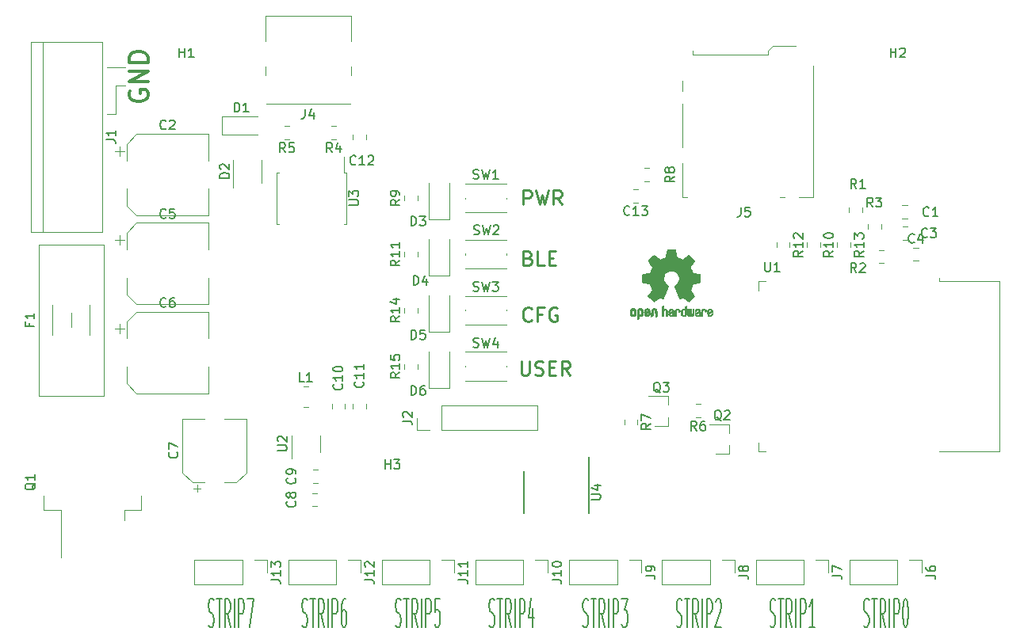
<source format=gto>
G04 #@! TF.GenerationSoftware,KiCad,Pcbnew,5.1.5-1.fc30*
G04 #@! TF.CreationDate,2020-01-13T20:30:00-05:00*
G04 #@! TF.ProjectId,dot,646f742e-6b69-4636-9164-5f7063625858,rev?*
G04 #@! TF.SameCoordinates,Original*
G04 #@! TF.FileFunction,Legend,Top*
G04 #@! TF.FilePolarity,Positive*
%FSLAX46Y46*%
G04 Gerber Fmt 4.6, Leading zero omitted, Abs format (unit mm)*
G04 Created by KiCad (PCBNEW 5.1.5-1.fc30) date 2020-01-13 20:30:00*
%MOMM*%
%LPD*%
G04 APERTURE LIST*
%ADD10C,0.150000*%
%ADD11C,0.120000*%
%ADD12C,0.300000*%
%ADD13C,0.250000*%
%ADD14C,0.010000*%
G04 APERTURE END LIST*
D10*
X81369047Y-124714285D02*
X81511904Y-124857142D01*
X81750000Y-124857142D01*
X81845238Y-124714285D01*
X81892857Y-124571428D01*
X81940476Y-124285714D01*
X81940476Y-124000000D01*
X81892857Y-123714285D01*
X81845238Y-123571428D01*
X81750000Y-123428571D01*
X81559523Y-123285714D01*
X81464285Y-123142857D01*
X81416666Y-123000000D01*
X81369047Y-122714285D01*
X81369047Y-122428571D01*
X81416666Y-122142857D01*
X81464285Y-122000000D01*
X81559523Y-121857142D01*
X81797619Y-121857142D01*
X81940476Y-122000000D01*
X82226190Y-121857142D02*
X82797619Y-121857142D01*
X82511904Y-124857142D02*
X82511904Y-121857142D01*
X83702380Y-124857142D02*
X83369047Y-123428571D01*
X83130952Y-124857142D02*
X83130952Y-121857142D01*
X83511904Y-121857142D01*
X83607142Y-122000000D01*
X83654761Y-122142857D01*
X83702380Y-122428571D01*
X83702380Y-122857142D01*
X83654761Y-123142857D01*
X83607142Y-123285714D01*
X83511904Y-123428571D01*
X83130952Y-123428571D01*
X84130952Y-124857142D02*
X84130952Y-121857142D01*
X84607142Y-124857142D02*
X84607142Y-121857142D01*
X84988095Y-121857142D01*
X85083333Y-122000000D01*
X85130952Y-122142857D01*
X85178571Y-122428571D01*
X85178571Y-122857142D01*
X85130952Y-123142857D01*
X85083333Y-123285714D01*
X84988095Y-123428571D01*
X84607142Y-123428571D01*
X86035714Y-121857142D02*
X85845238Y-121857142D01*
X85750000Y-122000000D01*
X85702380Y-122142857D01*
X85607142Y-122571428D01*
X85559523Y-123142857D01*
X85559523Y-124285714D01*
X85607142Y-124571428D01*
X85654761Y-124714285D01*
X85750000Y-124857142D01*
X85940476Y-124857142D01*
X86035714Y-124714285D01*
X86083333Y-124571428D01*
X86130952Y-124285714D01*
X86130952Y-123571428D01*
X86083333Y-123285714D01*
X86035714Y-123142857D01*
X85940476Y-123000000D01*
X85750000Y-123000000D01*
X85654761Y-123142857D01*
X85607142Y-123285714D01*
X85559523Y-123571428D01*
X91369047Y-124714285D02*
X91511904Y-124857142D01*
X91750000Y-124857142D01*
X91845238Y-124714285D01*
X91892857Y-124571428D01*
X91940476Y-124285714D01*
X91940476Y-124000000D01*
X91892857Y-123714285D01*
X91845238Y-123571428D01*
X91750000Y-123428571D01*
X91559523Y-123285714D01*
X91464285Y-123142857D01*
X91416666Y-123000000D01*
X91369047Y-122714285D01*
X91369047Y-122428571D01*
X91416666Y-122142857D01*
X91464285Y-122000000D01*
X91559523Y-121857142D01*
X91797619Y-121857142D01*
X91940476Y-122000000D01*
X92226190Y-121857142D02*
X92797619Y-121857142D01*
X92511904Y-124857142D02*
X92511904Y-121857142D01*
X93702380Y-124857142D02*
X93369047Y-123428571D01*
X93130952Y-124857142D02*
X93130952Y-121857142D01*
X93511904Y-121857142D01*
X93607142Y-122000000D01*
X93654761Y-122142857D01*
X93702380Y-122428571D01*
X93702380Y-122857142D01*
X93654761Y-123142857D01*
X93607142Y-123285714D01*
X93511904Y-123428571D01*
X93130952Y-123428571D01*
X94130952Y-124857142D02*
X94130952Y-121857142D01*
X94607142Y-124857142D02*
X94607142Y-121857142D01*
X94988095Y-121857142D01*
X95083333Y-122000000D01*
X95130952Y-122142857D01*
X95178571Y-122428571D01*
X95178571Y-122857142D01*
X95130952Y-123142857D01*
X95083333Y-123285714D01*
X94988095Y-123428571D01*
X94607142Y-123428571D01*
X96083333Y-121857142D02*
X95607142Y-121857142D01*
X95559523Y-123285714D01*
X95607142Y-123142857D01*
X95702380Y-123000000D01*
X95940476Y-123000000D01*
X96035714Y-123142857D01*
X96083333Y-123285714D01*
X96130952Y-123571428D01*
X96130952Y-124285714D01*
X96083333Y-124571428D01*
X96035714Y-124714285D01*
X95940476Y-124857142D01*
X95702380Y-124857142D01*
X95607142Y-124714285D01*
X95559523Y-124571428D01*
X101369047Y-124714285D02*
X101511904Y-124857142D01*
X101750000Y-124857142D01*
X101845238Y-124714285D01*
X101892857Y-124571428D01*
X101940476Y-124285714D01*
X101940476Y-124000000D01*
X101892857Y-123714285D01*
X101845238Y-123571428D01*
X101750000Y-123428571D01*
X101559523Y-123285714D01*
X101464285Y-123142857D01*
X101416666Y-123000000D01*
X101369047Y-122714285D01*
X101369047Y-122428571D01*
X101416666Y-122142857D01*
X101464285Y-122000000D01*
X101559523Y-121857142D01*
X101797619Y-121857142D01*
X101940476Y-122000000D01*
X102226190Y-121857142D02*
X102797619Y-121857142D01*
X102511904Y-124857142D02*
X102511904Y-121857142D01*
X103702380Y-124857142D02*
X103369047Y-123428571D01*
X103130952Y-124857142D02*
X103130952Y-121857142D01*
X103511904Y-121857142D01*
X103607142Y-122000000D01*
X103654761Y-122142857D01*
X103702380Y-122428571D01*
X103702380Y-122857142D01*
X103654761Y-123142857D01*
X103607142Y-123285714D01*
X103511904Y-123428571D01*
X103130952Y-123428571D01*
X104130952Y-124857142D02*
X104130952Y-121857142D01*
X104607142Y-124857142D02*
X104607142Y-121857142D01*
X104988095Y-121857142D01*
X105083333Y-122000000D01*
X105130952Y-122142857D01*
X105178571Y-122428571D01*
X105178571Y-122857142D01*
X105130952Y-123142857D01*
X105083333Y-123285714D01*
X104988095Y-123428571D01*
X104607142Y-123428571D01*
X106035714Y-122857142D02*
X106035714Y-124857142D01*
X105797619Y-121714285D02*
X105559523Y-123857142D01*
X106178571Y-123857142D01*
X71369047Y-124714285D02*
X71511904Y-124857142D01*
X71750000Y-124857142D01*
X71845238Y-124714285D01*
X71892857Y-124571428D01*
X71940476Y-124285714D01*
X71940476Y-124000000D01*
X71892857Y-123714285D01*
X71845238Y-123571428D01*
X71750000Y-123428571D01*
X71559523Y-123285714D01*
X71464285Y-123142857D01*
X71416666Y-123000000D01*
X71369047Y-122714285D01*
X71369047Y-122428571D01*
X71416666Y-122142857D01*
X71464285Y-122000000D01*
X71559523Y-121857142D01*
X71797619Y-121857142D01*
X71940476Y-122000000D01*
X72226190Y-121857142D02*
X72797619Y-121857142D01*
X72511904Y-124857142D02*
X72511904Y-121857142D01*
X73702380Y-124857142D02*
X73369047Y-123428571D01*
X73130952Y-124857142D02*
X73130952Y-121857142D01*
X73511904Y-121857142D01*
X73607142Y-122000000D01*
X73654761Y-122142857D01*
X73702380Y-122428571D01*
X73702380Y-122857142D01*
X73654761Y-123142857D01*
X73607142Y-123285714D01*
X73511904Y-123428571D01*
X73130952Y-123428571D01*
X74130952Y-124857142D02*
X74130952Y-121857142D01*
X74607142Y-124857142D02*
X74607142Y-121857142D01*
X74988095Y-121857142D01*
X75083333Y-122000000D01*
X75130952Y-122142857D01*
X75178571Y-122428571D01*
X75178571Y-122857142D01*
X75130952Y-123142857D01*
X75083333Y-123285714D01*
X74988095Y-123428571D01*
X74607142Y-123428571D01*
X75511904Y-121857142D02*
X76178571Y-121857142D01*
X75750000Y-124857142D01*
X111369047Y-124714285D02*
X111511904Y-124857142D01*
X111750000Y-124857142D01*
X111845238Y-124714285D01*
X111892857Y-124571428D01*
X111940476Y-124285714D01*
X111940476Y-124000000D01*
X111892857Y-123714285D01*
X111845238Y-123571428D01*
X111750000Y-123428571D01*
X111559523Y-123285714D01*
X111464285Y-123142857D01*
X111416666Y-123000000D01*
X111369047Y-122714285D01*
X111369047Y-122428571D01*
X111416666Y-122142857D01*
X111464285Y-122000000D01*
X111559523Y-121857142D01*
X111797619Y-121857142D01*
X111940476Y-122000000D01*
X112226190Y-121857142D02*
X112797619Y-121857142D01*
X112511904Y-124857142D02*
X112511904Y-121857142D01*
X113702380Y-124857142D02*
X113369047Y-123428571D01*
X113130952Y-124857142D02*
X113130952Y-121857142D01*
X113511904Y-121857142D01*
X113607142Y-122000000D01*
X113654761Y-122142857D01*
X113702380Y-122428571D01*
X113702380Y-122857142D01*
X113654761Y-123142857D01*
X113607142Y-123285714D01*
X113511904Y-123428571D01*
X113130952Y-123428571D01*
X114130952Y-124857142D02*
X114130952Y-121857142D01*
X114607142Y-124857142D02*
X114607142Y-121857142D01*
X114988095Y-121857142D01*
X115083333Y-122000000D01*
X115130952Y-122142857D01*
X115178571Y-122428571D01*
X115178571Y-122857142D01*
X115130952Y-123142857D01*
X115083333Y-123285714D01*
X114988095Y-123428571D01*
X114607142Y-123428571D01*
X115511904Y-121857142D02*
X116130952Y-121857142D01*
X115797619Y-123000000D01*
X115940476Y-123000000D01*
X116035714Y-123142857D01*
X116083333Y-123285714D01*
X116130952Y-123571428D01*
X116130952Y-124285714D01*
X116083333Y-124571428D01*
X116035714Y-124714285D01*
X115940476Y-124857142D01*
X115654761Y-124857142D01*
X115559523Y-124714285D01*
X115511904Y-124571428D01*
X121369047Y-124714285D02*
X121511904Y-124857142D01*
X121750000Y-124857142D01*
X121845238Y-124714285D01*
X121892857Y-124571428D01*
X121940476Y-124285714D01*
X121940476Y-124000000D01*
X121892857Y-123714285D01*
X121845238Y-123571428D01*
X121750000Y-123428571D01*
X121559523Y-123285714D01*
X121464285Y-123142857D01*
X121416666Y-123000000D01*
X121369047Y-122714285D01*
X121369047Y-122428571D01*
X121416666Y-122142857D01*
X121464285Y-122000000D01*
X121559523Y-121857142D01*
X121797619Y-121857142D01*
X121940476Y-122000000D01*
X122226190Y-121857142D02*
X122797619Y-121857142D01*
X122511904Y-124857142D02*
X122511904Y-121857142D01*
X123702380Y-124857142D02*
X123369047Y-123428571D01*
X123130952Y-124857142D02*
X123130952Y-121857142D01*
X123511904Y-121857142D01*
X123607142Y-122000000D01*
X123654761Y-122142857D01*
X123702380Y-122428571D01*
X123702380Y-122857142D01*
X123654761Y-123142857D01*
X123607142Y-123285714D01*
X123511904Y-123428571D01*
X123130952Y-123428571D01*
X124130952Y-124857142D02*
X124130952Y-121857142D01*
X124607142Y-124857142D02*
X124607142Y-121857142D01*
X124988095Y-121857142D01*
X125083333Y-122000000D01*
X125130952Y-122142857D01*
X125178571Y-122428571D01*
X125178571Y-122857142D01*
X125130952Y-123142857D01*
X125083333Y-123285714D01*
X124988095Y-123428571D01*
X124607142Y-123428571D01*
X125559523Y-122142857D02*
X125607142Y-122000000D01*
X125702380Y-121857142D01*
X125940476Y-121857142D01*
X126035714Y-122000000D01*
X126083333Y-122142857D01*
X126130952Y-122428571D01*
X126130952Y-122714285D01*
X126083333Y-123142857D01*
X125511904Y-124857142D01*
X126130952Y-124857142D01*
X131369047Y-124714285D02*
X131511904Y-124857142D01*
X131750000Y-124857142D01*
X131845238Y-124714285D01*
X131892857Y-124571428D01*
X131940476Y-124285714D01*
X131940476Y-124000000D01*
X131892857Y-123714285D01*
X131845238Y-123571428D01*
X131750000Y-123428571D01*
X131559523Y-123285714D01*
X131464285Y-123142857D01*
X131416666Y-123000000D01*
X131369047Y-122714285D01*
X131369047Y-122428571D01*
X131416666Y-122142857D01*
X131464285Y-122000000D01*
X131559523Y-121857142D01*
X131797619Y-121857142D01*
X131940476Y-122000000D01*
X132226190Y-121857142D02*
X132797619Y-121857142D01*
X132511904Y-124857142D02*
X132511904Y-121857142D01*
X133702380Y-124857142D02*
X133369047Y-123428571D01*
X133130952Y-124857142D02*
X133130952Y-121857142D01*
X133511904Y-121857142D01*
X133607142Y-122000000D01*
X133654761Y-122142857D01*
X133702380Y-122428571D01*
X133702380Y-122857142D01*
X133654761Y-123142857D01*
X133607142Y-123285714D01*
X133511904Y-123428571D01*
X133130952Y-123428571D01*
X134130952Y-124857142D02*
X134130952Y-121857142D01*
X134607142Y-124857142D02*
X134607142Y-121857142D01*
X134988095Y-121857142D01*
X135083333Y-122000000D01*
X135130952Y-122142857D01*
X135178571Y-122428571D01*
X135178571Y-122857142D01*
X135130952Y-123142857D01*
X135083333Y-123285714D01*
X134988095Y-123428571D01*
X134607142Y-123428571D01*
X136130952Y-124857142D02*
X135559523Y-124857142D01*
X135845238Y-124857142D02*
X135845238Y-121857142D01*
X135750000Y-122285714D01*
X135654761Y-122571428D01*
X135559523Y-122714285D01*
X141369047Y-124714285D02*
X141511904Y-124857142D01*
X141750000Y-124857142D01*
X141845238Y-124714285D01*
X141892857Y-124571428D01*
X141940476Y-124285714D01*
X141940476Y-124000000D01*
X141892857Y-123714285D01*
X141845238Y-123571428D01*
X141750000Y-123428571D01*
X141559523Y-123285714D01*
X141464285Y-123142857D01*
X141416666Y-123000000D01*
X141369047Y-122714285D01*
X141369047Y-122428571D01*
X141416666Y-122142857D01*
X141464285Y-122000000D01*
X141559523Y-121857142D01*
X141797619Y-121857142D01*
X141940476Y-122000000D01*
X142226190Y-121857142D02*
X142797619Y-121857142D01*
X142511904Y-124857142D02*
X142511904Y-121857142D01*
X143702380Y-124857142D02*
X143369047Y-123428571D01*
X143130952Y-124857142D02*
X143130952Y-121857142D01*
X143511904Y-121857142D01*
X143607142Y-122000000D01*
X143654761Y-122142857D01*
X143702380Y-122428571D01*
X143702380Y-122857142D01*
X143654761Y-123142857D01*
X143607142Y-123285714D01*
X143511904Y-123428571D01*
X143130952Y-123428571D01*
X144130952Y-124857142D02*
X144130952Y-121857142D01*
X144607142Y-124857142D02*
X144607142Y-121857142D01*
X144988095Y-121857142D01*
X145083333Y-122000000D01*
X145130952Y-122142857D01*
X145178571Y-122428571D01*
X145178571Y-122857142D01*
X145130952Y-123142857D01*
X145083333Y-123285714D01*
X144988095Y-123428571D01*
X144607142Y-123428571D01*
X145797619Y-121857142D02*
X145892857Y-121857142D01*
X145988095Y-122000000D01*
X146035714Y-122142857D01*
X146083333Y-122428571D01*
X146130952Y-123000000D01*
X146130952Y-123714285D01*
X146083333Y-124285714D01*
X146035714Y-124571428D01*
X145988095Y-124714285D01*
X145892857Y-124857142D01*
X145797619Y-124857142D01*
X145702380Y-124714285D01*
X145654761Y-124571428D01*
X145607142Y-124285714D01*
X145559523Y-123714285D01*
X145559523Y-123000000D01*
X145607142Y-122428571D01*
X145654761Y-122142857D01*
X145702380Y-122000000D01*
X145797619Y-121857142D01*
D11*
X61500000Y-67000000D02*
X61500000Y-68000000D01*
X62500000Y-67000000D02*
X61500000Y-67000000D01*
X61500000Y-70000000D02*
X61500000Y-68000000D01*
X60500000Y-70000000D02*
X61500000Y-70000000D01*
X62500000Y-65000000D02*
X60500000Y-65000000D01*
D12*
X63000000Y-67523809D02*
X62904761Y-67714285D01*
X62904761Y-68000000D01*
X63000000Y-68285714D01*
X63190476Y-68476190D01*
X63380952Y-68571428D01*
X63761904Y-68666666D01*
X64047619Y-68666666D01*
X64428571Y-68571428D01*
X64619047Y-68476190D01*
X64809523Y-68285714D01*
X64904761Y-68000000D01*
X64904761Y-67809523D01*
X64809523Y-67523809D01*
X64714285Y-67428571D01*
X64047619Y-67428571D01*
X64047619Y-67809523D01*
X64904761Y-66571428D02*
X62904761Y-66571428D01*
X64904761Y-65428571D01*
X62904761Y-65428571D01*
X64904761Y-64476190D02*
X62904761Y-64476190D01*
X62904761Y-64000000D01*
X63000000Y-63714285D01*
X63190476Y-63523809D01*
X63380952Y-63428571D01*
X63761904Y-63333333D01*
X64047619Y-63333333D01*
X64428571Y-63428571D01*
X64619047Y-63523809D01*
X64809523Y-63714285D01*
X64904761Y-64000000D01*
X64904761Y-64476190D01*
D13*
X105019642Y-79678571D02*
X105019642Y-78178571D01*
X105591071Y-78178571D01*
X105733928Y-78250000D01*
X105805357Y-78321428D01*
X105876785Y-78464285D01*
X105876785Y-78678571D01*
X105805357Y-78821428D01*
X105733928Y-78892857D01*
X105591071Y-78964285D01*
X105019642Y-78964285D01*
X106376785Y-78178571D02*
X106733928Y-79678571D01*
X107019642Y-78607142D01*
X107305357Y-79678571D01*
X107662500Y-78178571D01*
X109091071Y-79678571D02*
X108591071Y-78964285D01*
X108233928Y-79678571D02*
X108233928Y-78178571D01*
X108805357Y-78178571D01*
X108948214Y-78250000D01*
X109019642Y-78321428D01*
X109091071Y-78464285D01*
X109091071Y-78678571D01*
X109019642Y-78821428D01*
X108948214Y-78892857D01*
X108805357Y-78964285D01*
X108233928Y-78964285D01*
X105519642Y-85392857D02*
X105733928Y-85464285D01*
X105805357Y-85535714D01*
X105876785Y-85678571D01*
X105876785Y-85892857D01*
X105805357Y-86035714D01*
X105733928Y-86107142D01*
X105591071Y-86178571D01*
X105019642Y-86178571D01*
X105019642Y-84678571D01*
X105519642Y-84678571D01*
X105662500Y-84750000D01*
X105733928Y-84821428D01*
X105805357Y-84964285D01*
X105805357Y-85107142D01*
X105733928Y-85250000D01*
X105662500Y-85321428D01*
X105519642Y-85392857D01*
X105019642Y-85392857D01*
X107233928Y-86178571D02*
X106519642Y-86178571D01*
X106519642Y-84678571D01*
X107733928Y-85392857D02*
X108233928Y-85392857D01*
X108448214Y-86178571D02*
X107733928Y-86178571D01*
X107733928Y-84678571D01*
X108448214Y-84678571D01*
X105876785Y-92035714D02*
X105805357Y-92107142D01*
X105591071Y-92178571D01*
X105448214Y-92178571D01*
X105233928Y-92107142D01*
X105091071Y-91964285D01*
X105019642Y-91821428D01*
X104948214Y-91535714D01*
X104948214Y-91321428D01*
X105019642Y-91035714D01*
X105091071Y-90892857D01*
X105233928Y-90750000D01*
X105448214Y-90678571D01*
X105591071Y-90678571D01*
X105805357Y-90750000D01*
X105876785Y-90821428D01*
X107019642Y-91392857D02*
X106519642Y-91392857D01*
X106519642Y-92178571D02*
X106519642Y-90678571D01*
X107233928Y-90678571D01*
X108591071Y-90750000D02*
X108448214Y-90678571D01*
X108233928Y-90678571D01*
X108019642Y-90750000D01*
X107876785Y-90892857D01*
X107805357Y-91035714D01*
X107733928Y-91321428D01*
X107733928Y-91535714D01*
X107805357Y-91821428D01*
X107876785Y-91964285D01*
X108019642Y-92107142D01*
X108233928Y-92178571D01*
X108376785Y-92178571D01*
X108591071Y-92107142D01*
X108662500Y-92035714D01*
X108662500Y-91535714D01*
X108376785Y-91535714D01*
X104769642Y-96428571D02*
X104769642Y-97642857D01*
X104841071Y-97785714D01*
X104912500Y-97857142D01*
X105055357Y-97928571D01*
X105341071Y-97928571D01*
X105483928Y-97857142D01*
X105555357Y-97785714D01*
X105626785Y-97642857D01*
X105626785Y-96428571D01*
X106269642Y-97857142D02*
X106483928Y-97928571D01*
X106841071Y-97928571D01*
X106983928Y-97857142D01*
X107055357Y-97785714D01*
X107126785Y-97642857D01*
X107126785Y-97500000D01*
X107055357Y-97357142D01*
X106983928Y-97285714D01*
X106841071Y-97214285D01*
X106555357Y-97142857D01*
X106412500Y-97071428D01*
X106341071Y-97000000D01*
X106269642Y-96857142D01*
X106269642Y-96714285D01*
X106341071Y-96571428D01*
X106412500Y-96500000D01*
X106555357Y-96428571D01*
X106912500Y-96428571D01*
X107126785Y-96500000D01*
X107769642Y-97142857D02*
X108269642Y-97142857D01*
X108483928Y-97928571D02*
X107769642Y-97928571D01*
X107769642Y-96428571D01*
X108483928Y-96428571D01*
X109983928Y-97928571D02*
X109483928Y-97214285D01*
X109126785Y-97928571D02*
X109126785Y-96428571D01*
X109698214Y-96428571D01*
X109841071Y-96500000D01*
X109912500Y-96571428D01*
X109983928Y-96714285D01*
X109983928Y-96928571D01*
X109912500Y-97071428D01*
X109841071Y-97142857D01*
X109698214Y-97214285D01*
X109126785Y-97214285D01*
D14*
G36*
X120939878Y-84487776D02*
G01*
X121045612Y-84488355D01*
X121122132Y-84489922D01*
X121174372Y-84492972D01*
X121207263Y-84497996D01*
X121225737Y-84505489D01*
X121234727Y-84515944D01*
X121239163Y-84529853D01*
X121239594Y-84531654D01*
X121246333Y-84564145D01*
X121258808Y-84628252D01*
X121275719Y-84717151D01*
X121295771Y-84824019D01*
X121317664Y-84942033D01*
X121318429Y-84946178D01*
X121340359Y-85061831D01*
X121360877Y-85164014D01*
X121378659Y-85246598D01*
X121392381Y-85303456D01*
X121400718Y-85328458D01*
X121401116Y-85328901D01*
X121425677Y-85341110D01*
X121476315Y-85361456D01*
X121542095Y-85385545D01*
X121542461Y-85385674D01*
X121625317Y-85416818D01*
X121723000Y-85456491D01*
X121815077Y-85496381D01*
X121819434Y-85498353D01*
X121969407Y-85566420D01*
X122301498Y-85339639D01*
X122403374Y-85270504D01*
X122495657Y-85208697D01*
X122573003Y-85157733D01*
X122630064Y-85121127D01*
X122661495Y-85102394D01*
X122664479Y-85101004D01*
X122687321Y-85107190D01*
X122729982Y-85137035D01*
X122794128Y-85191947D01*
X122881421Y-85273334D01*
X122970535Y-85359922D01*
X123056441Y-85445247D01*
X123133327Y-85523108D01*
X123196564Y-85588697D01*
X123241523Y-85637205D01*
X123263576Y-85663825D01*
X123264396Y-85665195D01*
X123266834Y-85683463D01*
X123257650Y-85713295D01*
X123234574Y-85758721D01*
X123195337Y-85823770D01*
X123137670Y-85912470D01*
X123060795Y-86026657D01*
X122992570Y-86127162D01*
X122931582Y-86217303D01*
X122881356Y-86291849D01*
X122845416Y-86345565D01*
X122827287Y-86373218D01*
X122826146Y-86375095D01*
X122828359Y-86401590D01*
X122845138Y-86453086D01*
X122873142Y-86519851D01*
X122883122Y-86541172D01*
X122926672Y-86636159D01*
X122973134Y-86743937D01*
X123010877Y-86837192D01*
X123038073Y-86906406D01*
X123059675Y-86959006D01*
X123072158Y-86986497D01*
X123073709Y-86988616D01*
X123096668Y-86992124D01*
X123150786Y-87001738D01*
X123228868Y-87016089D01*
X123323719Y-87033807D01*
X123428143Y-87053525D01*
X123534944Y-87073874D01*
X123636926Y-87093486D01*
X123726894Y-87110991D01*
X123797653Y-87125022D01*
X123842006Y-87134209D01*
X123852885Y-87136807D01*
X123864122Y-87143218D01*
X123872605Y-87157697D01*
X123878714Y-87185133D01*
X123882832Y-87230411D01*
X123885341Y-87298420D01*
X123886621Y-87394047D01*
X123887054Y-87522180D01*
X123887077Y-87574701D01*
X123887077Y-88001845D01*
X123784500Y-88022091D01*
X123727431Y-88033070D01*
X123642269Y-88049095D01*
X123539372Y-88068233D01*
X123429096Y-88088551D01*
X123398615Y-88094132D01*
X123296855Y-88113917D01*
X123208205Y-88133373D01*
X123140108Y-88150697D01*
X123100004Y-88164088D01*
X123093323Y-88168079D01*
X123076919Y-88196342D01*
X123053399Y-88251109D01*
X123027316Y-88321588D01*
X123022142Y-88336769D01*
X122987956Y-88430896D01*
X122945523Y-88537101D01*
X122903997Y-88632473D01*
X122903792Y-88632916D01*
X122834640Y-88782525D01*
X123289512Y-89451617D01*
X122997500Y-89744116D01*
X122909180Y-89831170D01*
X122828625Y-89907909D01*
X122760360Y-89970237D01*
X122708908Y-90014056D01*
X122678794Y-90035270D01*
X122674474Y-90036616D01*
X122649111Y-90026016D01*
X122597358Y-89996547D01*
X122524868Y-89951705D01*
X122437294Y-89894984D01*
X122342612Y-89831462D01*
X122246516Y-89766668D01*
X122160837Y-89710287D01*
X122091016Y-89665788D01*
X122042494Y-89636639D01*
X122020782Y-89626308D01*
X121994293Y-89635050D01*
X121944062Y-89658087D01*
X121880451Y-89690631D01*
X121873708Y-89694249D01*
X121788046Y-89737210D01*
X121729306Y-89758279D01*
X121692772Y-89758503D01*
X121673731Y-89738928D01*
X121673620Y-89738654D01*
X121664102Y-89715472D01*
X121641403Y-89660441D01*
X121607282Y-89577822D01*
X121563500Y-89471872D01*
X121511816Y-89346852D01*
X121453992Y-89207020D01*
X121397991Y-89071637D01*
X121336447Y-88922234D01*
X121279939Y-88783832D01*
X121230161Y-88660673D01*
X121188806Y-88557002D01*
X121157568Y-88477059D01*
X121138141Y-88425088D01*
X121132154Y-88405692D01*
X121147168Y-88383443D01*
X121186439Y-88347982D01*
X121238807Y-88308887D01*
X121387941Y-88185245D01*
X121504511Y-88043522D01*
X121587118Y-87886704D01*
X121634366Y-87717775D01*
X121644857Y-87539722D01*
X121637231Y-87457539D01*
X121595682Y-87287031D01*
X121524123Y-87136459D01*
X121426995Y-87007309D01*
X121308734Y-86901064D01*
X121173780Y-86819210D01*
X121026571Y-86763232D01*
X120871544Y-86734615D01*
X120713139Y-86734844D01*
X120555794Y-86765405D01*
X120403946Y-86827782D01*
X120262035Y-86923460D01*
X120202803Y-86977572D01*
X120089203Y-87116520D01*
X120010106Y-87268361D01*
X119964986Y-87428667D01*
X119953316Y-87593012D01*
X119974569Y-87756971D01*
X120028220Y-87916118D01*
X120113740Y-88066025D01*
X120230605Y-88202267D01*
X120361193Y-88308887D01*
X120415588Y-88349642D01*
X120454014Y-88384718D01*
X120467846Y-88405726D01*
X120460603Y-88428635D01*
X120440005Y-88483365D01*
X120407746Y-88565672D01*
X120365521Y-88671315D01*
X120315023Y-88796050D01*
X120257948Y-88935636D01*
X120201854Y-89071670D01*
X120139967Y-89221201D01*
X120082644Y-89359767D01*
X120031644Y-89483107D01*
X119988727Y-89586964D01*
X119955653Y-89667080D01*
X119934181Y-89719195D01*
X119926225Y-89738654D01*
X119907429Y-89758423D01*
X119871074Y-89758365D01*
X119812479Y-89737441D01*
X119726968Y-89694613D01*
X119726292Y-89694249D01*
X119661907Y-89661012D01*
X119609861Y-89636802D01*
X119580512Y-89626404D01*
X119579217Y-89626308D01*
X119557124Y-89636855D01*
X119508348Y-89666184D01*
X119438331Y-89710827D01*
X119352514Y-89767314D01*
X119257388Y-89831462D01*
X119160540Y-89896411D01*
X119073253Y-89952896D01*
X119001181Y-89997421D01*
X118949977Y-90026490D01*
X118925526Y-90036616D01*
X118903010Y-90023307D01*
X118857742Y-89986112D01*
X118794244Y-89929128D01*
X118717039Y-89856449D01*
X118630651Y-89772171D01*
X118602399Y-89744016D01*
X118310287Y-89451416D01*
X118532631Y-89125104D01*
X118600202Y-89024897D01*
X118659507Y-88934963D01*
X118707217Y-88860510D01*
X118740007Y-88806751D01*
X118754548Y-88778894D01*
X118754974Y-88776912D01*
X118747308Y-88750655D01*
X118726689Y-88697837D01*
X118696685Y-88627310D01*
X118675625Y-88580093D01*
X118636248Y-88489694D01*
X118599165Y-88398366D01*
X118570415Y-88321200D01*
X118562605Y-88297692D01*
X118540417Y-88234916D01*
X118518727Y-88186411D01*
X118506813Y-88168079D01*
X118480523Y-88156859D01*
X118423142Y-88140954D01*
X118342118Y-88122167D01*
X118244895Y-88102299D01*
X118201385Y-88094132D01*
X118090896Y-88073829D01*
X117984916Y-88054170D01*
X117893801Y-88037088D01*
X117827908Y-88024518D01*
X117815500Y-88022091D01*
X117712923Y-88001845D01*
X117712923Y-87574701D01*
X117713153Y-87434246D01*
X117714099Y-87327979D01*
X117716141Y-87251013D01*
X117719662Y-87198460D01*
X117725043Y-87165433D01*
X117732666Y-87147045D01*
X117742912Y-87138408D01*
X117747115Y-87136807D01*
X117772470Y-87131127D01*
X117828484Y-87119795D01*
X117907964Y-87104179D01*
X118003712Y-87085647D01*
X118108533Y-87065569D01*
X118215232Y-87045312D01*
X118316613Y-87026246D01*
X118405479Y-87009739D01*
X118474637Y-86997159D01*
X118516889Y-86989875D01*
X118526290Y-86988616D01*
X118534807Y-86971763D01*
X118553660Y-86926870D01*
X118579324Y-86862430D01*
X118589123Y-86837192D01*
X118628648Y-86739686D01*
X118675192Y-86631959D01*
X118716877Y-86541172D01*
X118747550Y-86471753D01*
X118767956Y-86414710D01*
X118774768Y-86379777D01*
X118773682Y-86375095D01*
X118759285Y-86352991D01*
X118726412Y-86303831D01*
X118678590Y-86232848D01*
X118619348Y-86145278D01*
X118552215Y-86046357D01*
X118538941Y-86026830D01*
X118461046Y-85911140D01*
X118403787Y-85823044D01*
X118364881Y-85758486D01*
X118342044Y-85713411D01*
X118332994Y-85683763D01*
X118335448Y-85665485D01*
X118335511Y-85665369D01*
X118354827Y-85641361D01*
X118397551Y-85594947D01*
X118459051Y-85530937D01*
X118534698Y-85454145D01*
X118619861Y-85369382D01*
X118629465Y-85359922D01*
X118736790Y-85255989D01*
X118819615Y-85179675D01*
X118879605Y-85129571D01*
X118918423Y-85104270D01*
X118935520Y-85101004D01*
X118960473Y-85115250D01*
X119012255Y-85148156D01*
X119085520Y-85196208D01*
X119174920Y-85255890D01*
X119275111Y-85323688D01*
X119298501Y-85339639D01*
X119630593Y-85566420D01*
X119780565Y-85498353D01*
X119871770Y-85458685D01*
X119969669Y-85418791D01*
X120053831Y-85386983D01*
X120057538Y-85385674D01*
X120123369Y-85361576D01*
X120174116Y-85341200D01*
X120198842Y-85328936D01*
X120198884Y-85328901D01*
X120206729Y-85306734D01*
X120220066Y-85252217D01*
X120237570Y-85171480D01*
X120257917Y-85070650D01*
X120279782Y-84955856D01*
X120281571Y-84946178D01*
X120303504Y-84827904D01*
X120323640Y-84720542D01*
X120340680Y-84630917D01*
X120353328Y-84565851D01*
X120360284Y-84532168D01*
X120360406Y-84531654D01*
X120364639Y-84517325D01*
X120372871Y-84506507D01*
X120390033Y-84498706D01*
X120421058Y-84493429D01*
X120470878Y-84490182D01*
X120544424Y-84488472D01*
X120646629Y-84487807D01*
X120782425Y-84487693D01*
X120800000Y-84487692D01*
X120939878Y-84487776D01*
G37*
X120939878Y-84487776D02*
X121045612Y-84488355D01*
X121122132Y-84489922D01*
X121174372Y-84492972D01*
X121207263Y-84497996D01*
X121225737Y-84505489D01*
X121234727Y-84515944D01*
X121239163Y-84529853D01*
X121239594Y-84531654D01*
X121246333Y-84564145D01*
X121258808Y-84628252D01*
X121275719Y-84717151D01*
X121295771Y-84824019D01*
X121317664Y-84942033D01*
X121318429Y-84946178D01*
X121340359Y-85061831D01*
X121360877Y-85164014D01*
X121378659Y-85246598D01*
X121392381Y-85303456D01*
X121400718Y-85328458D01*
X121401116Y-85328901D01*
X121425677Y-85341110D01*
X121476315Y-85361456D01*
X121542095Y-85385545D01*
X121542461Y-85385674D01*
X121625317Y-85416818D01*
X121723000Y-85456491D01*
X121815077Y-85496381D01*
X121819434Y-85498353D01*
X121969407Y-85566420D01*
X122301498Y-85339639D01*
X122403374Y-85270504D01*
X122495657Y-85208697D01*
X122573003Y-85157733D01*
X122630064Y-85121127D01*
X122661495Y-85102394D01*
X122664479Y-85101004D01*
X122687321Y-85107190D01*
X122729982Y-85137035D01*
X122794128Y-85191947D01*
X122881421Y-85273334D01*
X122970535Y-85359922D01*
X123056441Y-85445247D01*
X123133327Y-85523108D01*
X123196564Y-85588697D01*
X123241523Y-85637205D01*
X123263576Y-85663825D01*
X123264396Y-85665195D01*
X123266834Y-85683463D01*
X123257650Y-85713295D01*
X123234574Y-85758721D01*
X123195337Y-85823770D01*
X123137670Y-85912470D01*
X123060795Y-86026657D01*
X122992570Y-86127162D01*
X122931582Y-86217303D01*
X122881356Y-86291849D01*
X122845416Y-86345565D01*
X122827287Y-86373218D01*
X122826146Y-86375095D01*
X122828359Y-86401590D01*
X122845138Y-86453086D01*
X122873142Y-86519851D01*
X122883122Y-86541172D01*
X122926672Y-86636159D01*
X122973134Y-86743937D01*
X123010877Y-86837192D01*
X123038073Y-86906406D01*
X123059675Y-86959006D01*
X123072158Y-86986497D01*
X123073709Y-86988616D01*
X123096668Y-86992124D01*
X123150786Y-87001738D01*
X123228868Y-87016089D01*
X123323719Y-87033807D01*
X123428143Y-87053525D01*
X123534944Y-87073874D01*
X123636926Y-87093486D01*
X123726894Y-87110991D01*
X123797653Y-87125022D01*
X123842006Y-87134209D01*
X123852885Y-87136807D01*
X123864122Y-87143218D01*
X123872605Y-87157697D01*
X123878714Y-87185133D01*
X123882832Y-87230411D01*
X123885341Y-87298420D01*
X123886621Y-87394047D01*
X123887054Y-87522180D01*
X123887077Y-87574701D01*
X123887077Y-88001845D01*
X123784500Y-88022091D01*
X123727431Y-88033070D01*
X123642269Y-88049095D01*
X123539372Y-88068233D01*
X123429096Y-88088551D01*
X123398615Y-88094132D01*
X123296855Y-88113917D01*
X123208205Y-88133373D01*
X123140108Y-88150697D01*
X123100004Y-88164088D01*
X123093323Y-88168079D01*
X123076919Y-88196342D01*
X123053399Y-88251109D01*
X123027316Y-88321588D01*
X123022142Y-88336769D01*
X122987956Y-88430896D01*
X122945523Y-88537101D01*
X122903997Y-88632473D01*
X122903792Y-88632916D01*
X122834640Y-88782525D01*
X123289512Y-89451617D01*
X122997500Y-89744116D01*
X122909180Y-89831170D01*
X122828625Y-89907909D01*
X122760360Y-89970237D01*
X122708908Y-90014056D01*
X122678794Y-90035270D01*
X122674474Y-90036616D01*
X122649111Y-90026016D01*
X122597358Y-89996547D01*
X122524868Y-89951705D01*
X122437294Y-89894984D01*
X122342612Y-89831462D01*
X122246516Y-89766668D01*
X122160837Y-89710287D01*
X122091016Y-89665788D01*
X122042494Y-89636639D01*
X122020782Y-89626308D01*
X121994293Y-89635050D01*
X121944062Y-89658087D01*
X121880451Y-89690631D01*
X121873708Y-89694249D01*
X121788046Y-89737210D01*
X121729306Y-89758279D01*
X121692772Y-89758503D01*
X121673731Y-89738928D01*
X121673620Y-89738654D01*
X121664102Y-89715472D01*
X121641403Y-89660441D01*
X121607282Y-89577822D01*
X121563500Y-89471872D01*
X121511816Y-89346852D01*
X121453992Y-89207020D01*
X121397991Y-89071637D01*
X121336447Y-88922234D01*
X121279939Y-88783832D01*
X121230161Y-88660673D01*
X121188806Y-88557002D01*
X121157568Y-88477059D01*
X121138141Y-88425088D01*
X121132154Y-88405692D01*
X121147168Y-88383443D01*
X121186439Y-88347982D01*
X121238807Y-88308887D01*
X121387941Y-88185245D01*
X121504511Y-88043522D01*
X121587118Y-87886704D01*
X121634366Y-87717775D01*
X121644857Y-87539722D01*
X121637231Y-87457539D01*
X121595682Y-87287031D01*
X121524123Y-87136459D01*
X121426995Y-87007309D01*
X121308734Y-86901064D01*
X121173780Y-86819210D01*
X121026571Y-86763232D01*
X120871544Y-86734615D01*
X120713139Y-86734844D01*
X120555794Y-86765405D01*
X120403946Y-86827782D01*
X120262035Y-86923460D01*
X120202803Y-86977572D01*
X120089203Y-87116520D01*
X120010106Y-87268361D01*
X119964986Y-87428667D01*
X119953316Y-87593012D01*
X119974569Y-87756971D01*
X120028220Y-87916118D01*
X120113740Y-88066025D01*
X120230605Y-88202267D01*
X120361193Y-88308887D01*
X120415588Y-88349642D01*
X120454014Y-88384718D01*
X120467846Y-88405726D01*
X120460603Y-88428635D01*
X120440005Y-88483365D01*
X120407746Y-88565672D01*
X120365521Y-88671315D01*
X120315023Y-88796050D01*
X120257948Y-88935636D01*
X120201854Y-89071670D01*
X120139967Y-89221201D01*
X120082644Y-89359767D01*
X120031644Y-89483107D01*
X119988727Y-89586964D01*
X119955653Y-89667080D01*
X119934181Y-89719195D01*
X119926225Y-89738654D01*
X119907429Y-89758423D01*
X119871074Y-89758365D01*
X119812479Y-89737441D01*
X119726968Y-89694613D01*
X119726292Y-89694249D01*
X119661907Y-89661012D01*
X119609861Y-89636802D01*
X119580512Y-89626404D01*
X119579217Y-89626308D01*
X119557124Y-89636855D01*
X119508348Y-89666184D01*
X119438331Y-89710827D01*
X119352514Y-89767314D01*
X119257388Y-89831462D01*
X119160540Y-89896411D01*
X119073253Y-89952896D01*
X119001181Y-89997421D01*
X118949977Y-90026490D01*
X118925526Y-90036616D01*
X118903010Y-90023307D01*
X118857742Y-89986112D01*
X118794244Y-89929128D01*
X118717039Y-89856449D01*
X118630651Y-89772171D01*
X118602399Y-89744016D01*
X118310287Y-89451416D01*
X118532631Y-89125104D01*
X118600202Y-89024897D01*
X118659507Y-88934963D01*
X118707217Y-88860510D01*
X118740007Y-88806751D01*
X118754548Y-88778894D01*
X118754974Y-88776912D01*
X118747308Y-88750655D01*
X118726689Y-88697837D01*
X118696685Y-88627310D01*
X118675625Y-88580093D01*
X118636248Y-88489694D01*
X118599165Y-88398366D01*
X118570415Y-88321200D01*
X118562605Y-88297692D01*
X118540417Y-88234916D01*
X118518727Y-88186411D01*
X118506813Y-88168079D01*
X118480523Y-88156859D01*
X118423142Y-88140954D01*
X118342118Y-88122167D01*
X118244895Y-88102299D01*
X118201385Y-88094132D01*
X118090896Y-88073829D01*
X117984916Y-88054170D01*
X117893801Y-88037088D01*
X117827908Y-88024518D01*
X117815500Y-88022091D01*
X117712923Y-88001845D01*
X117712923Y-87574701D01*
X117713153Y-87434246D01*
X117714099Y-87327979D01*
X117716141Y-87251013D01*
X117719662Y-87198460D01*
X117725043Y-87165433D01*
X117732666Y-87147045D01*
X117742912Y-87138408D01*
X117747115Y-87136807D01*
X117772470Y-87131127D01*
X117828484Y-87119795D01*
X117907964Y-87104179D01*
X118003712Y-87085647D01*
X118108533Y-87065569D01*
X118215232Y-87045312D01*
X118316613Y-87026246D01*
X118405479Y-87009739D01*
X118474637Y-86997159D01*
X118516889Y-86989875D01*
X118526290Y-86988616D01*
X118534807Y-86971763D01*
X118553660Y-86926870D01*
X118579324Y-86862430D01*
X118589123Y-86837192D01*
X118628648Y-86739686D01*
X118675192Y-86631959D01*
X118716877Y-86541172D01*
X118747550Y-86471753D01*
X118767956Y-86414710D01*
X118774768Y-86379777D01*
X118773682Y-86375095D01*
X118759285Y-86352991D01*
X118726412Y-86303831D01*
X118678590Y-86232848D01*
X118619348Y-86145278D01*
X118552215Y-86046357D01*
X118538941Y-86026830D01*
X118461046Y-85911140D01*
X118403787Y-85823044D01*
X118364881Y-85758486D01*
X118342044Y-85713411D01*
X118332994Y-85683763D01*
X118335448Y-85665485D01*
X118335511Y-85665369D01*
X118354827Y-85641361D01*
X118397551Y-85594947D01*
X118459051Y-85530937D01*
X118534698Y-85454145D01*
X118619861Y-85369382D01*
X118629465Y-85359922D01*
X118736790Y-85255989D01*
X118819615Y-85179675D01*
X118879605Y-85129571D01*
X118918423Y-85104270D01*
X118935520Y-85101004D01*
X118960473Y-85115250D01*
X119012255Y-85148156D01*
X119085520Y-85196208D01*
X119174920Y-85255890D01*
X119275111Y-85323688D01*
X119298501Y-85339639D01*
X119630593Y-85566420D01*
X119780565Y-85498353D01*
X119871770Y-85458685D01*
X119969669Y-85418791D01*
X120053831Y-85386983D01*
X120057538Y-85385674D01*
X120123369Y-85361576D01*
X120174116Y-85341200D01*
X120198842Y-85328936D01*
X120198884Y-85328901D01*
X120206729Y-85306734D01*
X120220066Y-85252217D01*
X120237570Y-85171480D01*
X120257917Y-85070650D01*
X120279782Y-84955856D01*
X120281571Y-84946178D01*
X120303504Y-84827904D01*
X120323640Y-84720542D01*
X120340680Y-84630917D01*
X120353328Y-84565851D01*
X120360284Y-84532168D01*
X120360406Y-84531654D01*
X120364639Y-84517325D01*
X120372871Y-84506507D01*
X120390033Y-84498706D01*
X120421058Y-84493429D01*
X120470878Y-84490182D01*
X120544424Y-84488472D01*
X120646629Y-84487807D01*
X120782425Y-84487693D01*
X120800000Y-84487692D01*
X120939878Y-84487776D01*
G36*
X125045224Y-90847838D02*
G01*
X125122528Y-90898361D01*
X125159814Y-90943590D01*
X125189353Y-91025663D01*
X125191699Y-91090607D01*
X125186385Y-91177445D01*
X124986115Y-91265103D01*
X124888739Y-91309887D01*
X124825113Y-91345913D01*
X124792029Y-91377117D01*
X124786280Y-91407436D01*
X124804658Y-91440805D01*
X124824923Y-91462923D01*
X124883889Y-91498393D01*
X124948024Y-91500879D01*
X125006926Y-91473235D01*
X125050197Y-91418320D01*
X125057936Y-91398928D01*
X125095006Y-91338364D01*
X125137654Y-91312552D01*
X125196154Y-91290471D01*
X125196154Y-91374184D01*
X125190982Y-91431150D01*
X125170723Y-91479189D01*
X125128262Y-91534346D01*
X125121951Y-91541514D01*
X125074720Y-91590585D01*
X125034121Y-91616920D01*
X124983328Y-91629035D01*
X124941220Y-91633003D01*
X124865902Y-91633991D01*
X124812286Y-91621466D01*
X124778838Y-91602869D01*
X124726268Y-91561975D01*
X124689879Y-91517748D01*
X124666850Y-91462126D01*
X124654359Y-91387047D01*
X124649587Y-91284449D01*
X124649206Y-91232376D01*
X124650501Y-91169948D01*
X124768471Y-91169948D01*
X124769839Y-91203438D01*
X124773249Y-91208923D01*
X124795753Y-91201472D01*
X124844182Y-91181753D01*
X124908908Y-91153718D01*
X124922443Y-91147692D01*
X125004244Y-91106096D01*
X125049312Y-91069538D01*
X125059217Y-91035296D01*
X125035526Y-91000648D01*
X125015960Y-90985339D01*
X124945360Y-90954721D01*
X124879280Y-90959780D01*
X124823959Y-90997151D01*
X124785636Y-91063473D01*
X124773349Y-91116116D01*
X124768471Y-91169948D01*
X124650501Y-91169948D01*
X124651730Y-91110720D01*
X124661032Y-91020710D01*
X124679460Y-90955167D01*
X124709360Y-90906912D01*
X124753080Y-90868767D01*
X124772141Y-90856440D01*
X124858726Y-90824336D01*
X124953522Y-90822316D01*
X125045224Y-90847838D01*
G37*
X125045224Y-90847838D02*
X125122528Y-90898361D01*
X125159814Y-90943590D01*
X125189353Y-91025663D01*
X125191699Y-91090607D01*
X125186385Y-91177445D01*
X124986115Y-91265103D01*
X124888739Y-91309887D01*
X124825113Y-91345913D01*
X124792029Y-91377117D01*
X124786280Y-91407436D01*
X124804658Y-91440805D01*
X124824923Y-91462923D01*
X124883889Y-91498393D01*
X124948024Y-91500879D01*
X125006926Y-91473235D01*
X125050197Y-91418320D01*
X125057936Y-91398928D01*
X125095006Y-91338364D01*
X125137654Y-91312552D01*
X125196154Y-91290471D01*
X125196154Y-91374184D01*
X125190982Y-91431150D01*
X125170723Y-91479189D01*
X125128262Y-91534346D01*
X125121951Y-91541514D01*
X125074720Y-91590585D01*
X125034121Y-91616920D01*
X124983328Y-91629035D01*
X124941220Y-91633003D01*
X124865902Y-91633991D01*
X124812286Y-91621466D01*
X124778838Y-91602869D01*
X124726268Y-91561975D01*
X124689879Y-91517748D01*
X124666850Y-91462126D01*
X124654359Y-91387047D01*
X124649587Y-91284449D01*
X124649206Y-91232376D01*
X124650501Y-91169948D01*
X124768471Y-91169948D01*
X124769839Y-91203438D01*
X124773249Y-91208923D01*
X124795753Y-91201472D01*
X124844182Y-91181753D01*
X124908908Y-91153718D01*
X124922443Y-91147692D01*
X125004244Y-91106096D01*
X125049312Y-91069538D01*
X125059217Y-91035296D01*
X125035526Y-91000648D01*
X125015960Y-90985339D01*
X124945360Y-90954721D01*
X124879280Y-90959780D01*
X124823959Y-90997151D01*
X124785636Y-91063473D01*
X124773349Y-91116116D01*
X124768471Y-91169948D01*
X124650501Y-91169948D01*
X124651730Y-91110720D01*
X124661032Y-91020710D01*
X124679460Y-90955167D01*
X124709360Y-90906912D01*
X124753080Y-90868767D01*
X124772141Y-90856440D01*
X124858726Y-90824336D01*
X124953522Y-90822316D01*
X125045224Y-90847838D01*
G36*
X124370807Y-90836782D02*
G01*
X124394161Y-90846988D01*
X124449902Y-90891134D01*
X124497569Y-90954967D01*
X124527048Y-91023087D01*
X124531846Y-91056670D01*
X124515760Y-91103556D01*
X124480475Y-91128365D01*
X124442644Y-91143387D01*
X124425321Y-91146155D01*
X124416886Y-91126066D01*
X124400230Y-91082351D01*
X124392923Y-91062598D01*
X124351948Y-90994271D01*
X124292622Y-90960191D01*
X124216552Y-90961239D01*
X124210918Y-90962581D01*
X124170305Y-90981836D01*
X124140448Y-91019375D01*
X124120055Y-91079809D01*
X124107836Y-91167751D01*
X124102500Y-91287813D01*
X124102000Y-91351698D01*
X124101752Y-91452403D01*
X124100126Y-91521054D01*
X124095801Y-91564673D01*
X124087454Y-91590282D01*
X124073765Y-91604903D01*
X124053411Y-91615558D01*
X124052234Y-91616095D01*
X124013038Y-91632667D01*
X123993619Y-91638769D01*
X123990635Y-91620319D01*
X123988081Y-91569323D01*
X123986140Y-91492308D01*
X123984997Y-91395805D01*
X123984769Y-91325184D01*
X123985932Y-91188525D01*
X123990479Y-91084851D01*
X123999999Y-91008108D01*
X124016081Y-90952246D01*
X124040313Y-90911212D01*
X124074286Y-90878954D01*
X124107833Y-90856440D01*
X124188499Y-90826476D01*
X124282381Y-90819718D01*
X124370807Y-90836782D01*
G37*
X124370807Y-90836782D02*
X124394161Y-90846988D01*
X124449902Y-90891134D01*
X124497569Y-90954967D01*
X124527048Y-91023087D01*
X124531846Y-91056670D01*
X124515760Y-91103556D01*
X124480475Y-91128365D01*
X124442644Y-91143387D01*
X124425321Y-91146155D01*
X124416886Y-91126066D01*
X124400230Y-91082351D01*
X124392923Y-91062598D01*
X124351948Y-90994271D01*
X124292622Y-90960191D01*
X124216552Y-90961239D01*
X124210918Y-90962581D01*
X124170305Y-90981836D01*
X124140448Y-91019375D01*
X124120055Y-91079809D01*
X124107836Y-91167751D01*
X124102500Y-91287813D01*
X124102000Y-91351698D01*
X124101752Y-91452403D01*
X124100126Y-91521054D01*
X124095801Y-91564673D01*
X124087454Y-91590282D01*
X124073765Y-91604903D01*
X124053411Y-91615558D01*
X124052234Y-91616095D01*
X124013038Y-91632667D01*
X123993619Y-91638769D01*
X123990635Y-91620319D01*
X123988081Y-91569323D01*
X123986140Y-91492308D01*
X123984997Y-91395805D01*
X123984769Y-91325184D01*
X123985932Y-91188525D01*
X123990479Y-91084851D01*
X123999999Y-91008108D01*
X124016081Y-90952246D01*
X124040313Y-90911212D01*
X124074286Y-90878954D01*
X124107833Y-90856440D01*
X124188499Y-90826476D01*
X124282381Y-90819718D01*
X124370807Y-90836782D01*
G36*
X123687333Y-90833528D02*
G01*
X123743590Y-90859117D01*
X123787747Y-90890124D01*
X123820101Y-90924795D01*
X123842438Y-90969520D01*
X123856546Y-91030692D01*
X123864211Y-91114701D01*
X123867220Y-91227940D01*
X123867538Y-91302509D01*
X123867538Y-91593420D01*
X123817773Y-91616095D01*
X123778576Y-91632667D01*
X123759157Y-91638769D01*
X123755442Y-91620610D01*
X123752495Y-91571648D01*
X123750691Y-91500153D01*
X123750308Y-91443385D01*
X123748661Y-91361371D01*
X123744222Y-91296309D01*
X123737740Y-91256467D01*
X123732590Y-91248000D01*
X123697977Y-91256646D01*
X123643640Y-91278823D01*
X123580722Y-91308886D01*
X123520368Y-91341192D01*
X123473721Y-91370098D01*
X123451926Y-91389961D01*
X123451839Y-91390175D01*
X123453714Y-91426935D01*
X123470525Y-91462026D01*
X123500039Y-91490528D01*
X123543116Y-91500061D01*
X123579932Y-91498950D01*
X123632074Y-91498133D01*
X123659444Y-91510349D01*
X123675882Y-91542624D01*
X123677955Y-91548710D01*
X123685081Y-91594739D01*
X123666024Y-91622687D01*
X123616353Y-91636007D01*
X123562697Y-91638470D01*
X123466142Y-91620210D01*
X123416159Y-91594131D01*
X123354429Y-91532868D01*
X123321690Y-91457670D01*
X123318753Y-91378211D01*
X123346424Y-91304167D01*
X123388047Y-91257769D01*
X123429604Y-91231793D01*
X123494922Y-91198907D01*
X123571038Y-91165557D01*
X123583726Y-91160461D01*
X123667333Y-91123565D01*
X123715530Y-91091046D01*
X123731030Y-91058718D01*
X123716550Y-91022394D01*
X123691692Y-90994000D01*
X123632939Y-90959039D01*
X123568293Y-90956417D01*
X123509008Y-90983358D01*
X123466339Y-91037088D01*
X123460739Y-91050950D01*
X123428133Y-91101936D01*
X123380530Y-91139787D01*
X123320461Y-91170850D01*
X123320461Y-91082768D01*
X123323997Y-91028951D01*
X123339156Y-90986534D01*
X123372768Y-90941279D01*
X123405035Y-90906420D01*
X123455209Y-90857062D01*
X123494193Y-90830547D01*
X123536064Y-90819911D01*
X123583460Y-90818154D01*
X123687333Y-90833528D01*
G37*
X123687333Y-90833528D02*
X123743590Y-90859117D01*
X123787747Y-90890124D01*
X123820101Y-90924795D01*
X123842438Y-90969520D01*
X123856546Y-91030692D01*
X123864211Y-91114701D01*
X123867220Y-91227940D01*
X123867538Y-91302509D01*
X123867538Y-91593420D01*
X123817773Y-91616095D01*
X123778576Y-91632667D01*
X123759157Y-91638769D01*
X123755442Y-91620610D01*
X123752495Y-91571648D01*
X123750691Y-91500153D01*
X123750308Y-91443385D01*
X123748661Y-91361371D01*
X123744222Y-91296309D01*
X123737740Y-91256467D01*
X123732590Y-91248000D01*
X123697977Y-91256646D01*
X123643640Y-91278823D01*
X123580722Y-91308886D01*
X123520368Y-91341192D01*
X123473721Y-91370098D01*
X123451926Y-91389961D01*
X123451839Y-91390175D01*
X123453714Y-91426935D01*
X123470525Y-91462026D01*
X123500039Y-91490528D01*
X123543116Y-91500061D01*
X123579932Y-91498950D01*
X123632074Y-91498133D01*
X123659444Y-91510349D01*
X123675882Y-91542624D01*
X123677955Y-91548710D01*
X123685081Y-91594739D01*
X123666024Y-91622687D01*
X123616353Y-91636007D01*
X123562697Y-91638470D01*
X123466142Y-91620210D01*
X123416159Y-91594131D01*
X123354429Y-91532868D01*
X123321690Y-91457670D01*
X123318753Y-91378211D01*
X123346424Y-91304167D01*
X123388047Y-91257769D01*
X123429604Y-91231793D01*
X123494922Y-91198907D01*
X123571038Y-91165557D01*
X123583726Y-91160461D01*
X123667333Y-91123565D01*
X123715530Y-91091046D01*
X123731030Y-91058718D01*
X123716550Y-91022394D01*
X123691692Y-90994000D01*
X123632939Y-90959039D01*
X123568293Y-90956417D01*
X123509008Y-90983358D01*
X123466339Y-91037088D01*
X123460739Y-91050950D01*
X123428133Y-91101936D01*
X123380530Y-91139787D01*
X123320461Y-91170850D01*
X123320461Y-91082768D01*
X123323997Y-91028951D01*
X123339156Y-90986534D01*
X123372768Y-90941279D01*
X123405035Y-90906420D01*
X123455209Y-90857062D01*
X123494193Y-90830547D01*
X123536064Y-90819911D01*
X123583460Y-90818154D01*
X123687333Y-90833528D01*
G36*
X123195929Y-90836662D02*
G01*
X123198911Y-90888068D01*
X123201247Y-90966192D01*
X123202749Y-91064857D01*
X123203231Y-91168343D01*
X123203231Y-91518533D01*
X123141401Y-91580363D01*
X123098793Y-91618462D01*
X123061390Y-91633895D01*
X123010270Y-91632918D01*
X122989978Y-91630433D01*
X122926554Y-91623200D01*
X122874095Y-91619055D01*
X122861308Y-91618672D01*
X122818199Y-91621176D01*
X122756544Y-91627462D01*
X122732638Y-91630433D01*
X122673922Y-91635028D01*
X122634464Y-91625046D01*
X122595338Y-91594228D01*
X122581215Y-91580363D01*
X122519385Y-91518533D01*
X122519385Y-90863503D01*
X122569150Y-90840829D01*
X122612002Y-90824034D01*
X122637073Y-90818154D01*
X122643501Y-90836736D01*
X122649509Y-90888655D01*
X122654697Y-90968172D01*
X122658664Y-91069546D01*
X122660577Y-91155192D01*
X122665923Y-91492231D01*
X122712560Y-91498825D01*
X122754976Y-91494214D01*
X122775760Y-91479287D01*
X122781570Y-91451377D01*
X122786530Y-91391925D01*
X122790246Y-91308466D01*
X122792324Y-91208532D01*
X122792624Y-91157104D01*
X122792923Y-90861054D01*
X122854454Y-90839604D01*
X122898004Y-90825020D01*
X122921694Y-90818219D01*
X122922377Y-90818154D01*
X122924754Y-90836642D01*
X122927366Y-90887906D01*
X122929995Y-90965649D01*
X122932421Y-91063574D01*
X122934115Y-91155192D01*
X122939461Y-91492231D01*
X123056692Y-91492231D01*
X123062072Y-91184746D01*
X123067451Y-90877261D01*
X123124601Y-90847707D01*
X123166797Y-90827413D01*
X123191770Y-90818204D01*
X123192491Y-90818154D01*
X123195929Y-90836662D01*
G37*
X123195929Y-90836662D02*
X123198911Y-90888068D01*
X123201247Y-90966192D01*
X123202749Y-91064857D01*
X123203231Y-91168343D01*
X123203231Y-91518533D01*
X123141401Y-91580363D01*
X123098793Y-91618462D01*
X123061390Y-91633895D01*
X123010270Y-91632918D01*
X122989978Y-91630433D01*
X122926554Y-91623200D01*
X122874095Y-91619055D01*
X122861308Y-91618672D01*
X122818199Y-91621176D01*
X122756544Y-91627462D01*
X122732638Y-91630433D01*
X122673922Y-91635028D01*
X122634464Y-91625046D01*
X122595338Y-91594228D01*
X122581215Y-91580363D01*
X122519385Y-91518533D01*
X122519385Y-90863503D01*
X122569150Y-90840829D01*
X122612002Y-90824034D01*
X122637073Y-90818154D01*
X122643501Y-90836736D01*
X122649509Y-90888655D01*
X122654697Y-90968172D01*
X122658664Y-91069546D01*
X122660577Y-91155192D01*
X122665923Y-91492231D01*
X122712560Y-91498825D01*
X122754976Y-91494214D01*
X122775760Y-91479287D01*
X122781570Y-91451377D01*
X122786530Y-91391925D01*
X122790246Y-91308466D01*
X122792324Y-91208532D01*
X122792624Y-91157104D01*
X122792923Y-90861054D01*
X122854454Y-90839604D01*
X122898004Y-90825020D01*
X122921694Y-90818219D01*
X122922377Y-90818154D01*
X122924754Y-90836642D01*
X122927366Y-90887906D01*
X122929995Y-90965649D01*
X122932421Y-91063574D01*
X122934115Y-91155192D01*
X122939461Y-91492231D01*
X123056692Y-91492231D01*
X123062072Y-91184746D01*
X123067451Y-90877261D01*
X123124601Y-90847707D01*
X123166797Y-90827413D01*
X123191770Y-90818204D01*
X123192491Y-90818154D01*
X123195929Y-90836662D01*
G36*
X122402081Y-90980289D02*
G01*
X122401833Y-91126320D01*
X122400872Y-91238655D01*
X122398794Y-91322678D01*
X122395193Y-91383769D01*
X122389665Y-91427309D01*
X122381804Y-91458679D01*
X122371207Y-91483262D01*
X122363182Y-91497294D01*
X122296728Y-91573388D01*
X122212470Y-91621084D01*
X122119249Y-91638199D01*
X122025900Y-91622546D01*
X121970312Y-91594418D01*
X121911957Y-91545760D01*
X121872186Y-91486333D01*
X121848190Y-91408507D01*
X121837161Y-91304652D01*
X121835599Y-91228462D01*
X121835809Y-91222986D01*
X121972308Y-91222986D01*
X121973141Y-91310355D01*
X121976961Y-91368192D01*
X121985746Y-91406029D01*
X122001474Y-91433398D01*
X122020266Y-91454042D01*
X122083375Y-91493890D01*
X122151137Y-91497295D01*
X122215179Y-91464025D01*
X122220164Y-91459517D01*
X122241439Y-91436067D01*
X122254779Y-91408166D01*
X122262001Y-91366641D01*
X122264923Y-91302316D01*
X122265385Y-91231200D01*
X122264383Y-91141858D01*
X122260238Y-91082258D01*
X122251236Y-91043089D01*
X122235667Y-91015040D01*
X122222902Y-91000144D01*
X122163600Y-90962575D01*
X122095301Y-90958057D01*
X122030110Y-90986753D01*
X122017528Y-90997406D01*
X121996111Y-91021063D01*
X121982744Y-91049251D01*
X121975566Y-91091245D01*
X121972719Y-91156319D01*
X121972308Y-91222986D01*
X121835809Y-91222986D01*
X121840322Y-91105765D01*
X121856362Y-91013577D01*
X121886528Y-90944269D01*
X121933629Y-90890211D01*
X121970312Y-90862505D01*
X122036990Y-90832572D01*
X122114272Y-90818678D01*
X122186110Y-90822397D01*
X122226308Y-90837400D01*
X122242082Y-90841670D01*
X122252550Y-90825750D01*
X122259856Y-90783089D01*
X122265385Y-90718106D01*
X122271437Y-90645732D01*
X122279844Y-90602187D01*
X122295141Y-90577287D01*
X122321864Y-90560845D01*
X122338654Y-90553564D01*
X122402154Y-90526963D01*
X122402081Y-90980289D01*
G37*
X122402081Y-90980289D02*
X122401833Y-91126320D01*
X122400872Y-91238655D01*
X122398794Y-91322678D01*
X122395193Y-91383769D01*
X122389665Y-91427309D01*
X122381804Y-91458679D01*
X122371207Y-91483262D01*
X122363182Y-91497294D01*
X122296728Y-91573388D01*
X122212470Y-91621084D01*
X122119249Y-91638199D01*
X122025900Y-91622546D01*
X121970312Y-91594418D01*
X121911957Y-91545760D01*
X121872186Y-91486333D01*
X121848190Y-91408507D01*
X121837161Y-91304652D01*
X121835599Y-91228462D01*
X121835809Y-91222986D01*
X121972308Y-91222986D01*
X121973141Y-91310355D01*
X121976961Y-91368192D01*
X121985746Y-91406029D01*
X122001474Y-91433398D01*
X122020266Y-91454042D01*
X122083375Y-91493890D01*
X122151137Y-91497295D01*
X122215179Y-91464025D01*
X122220164Y-91459517D01*
X122241439Y-91436067D01*
X122254779Y-91408166D01*
X122262001Y-91366641D01*
X122264923Y-91302316D01*
X122265385Y-91231200D01*
X122264383Y-91141858D01*
X122260238Y-91082258D01*
X122251236Y-91043089D01*
X122235667Y-91015040D01*
X122222902Y-91000144D01*
X122163600Y-90962575D01*
X122095301Y-90958057D01*
X122030110Y-90986753D01*
X122017528Y-90997406D01*
X121996111Y-91021063D01*
X121982744Y-91049251D01*
X121975566Y-91091245D01*
X121972719Y-91156319D01*
X121972308Y-91222986D01*
X121835809Y-91222986D01*
X121840322Y-91105765D01*
X121856362Y-91013577D01*
X121886528Y-90944269D01*
X121933629Y-90890211D01*
X121970312Y-90862505D01*
X122036990Y-90832572D01*
X122114272Y-90818678D01*
X122186110Y-90822397D01*
X122226308Y-90837400D01*
X122242082Y-90841670D01*
X122252550Y-90825750D01*
X122259856Y-90783089D01*
X122265385Y-90718106D01*
X122271437Y-90645732D01*
X122279844Y-90602187D01*
X122295141Y-90577287D01*
X122321864Y-90560845D01*
X122338654Y-90553564D01*
X122402154Y-90526963D01*
X122402081Y-90980289D01*
G36*
X121513362Y-90824670D02*
G01*
X121602117Y-90857421D01*
X121674022Y-90915350D01*
X121702144Y-90956128D01*
X121732802Y-91030954D01*
X121732165Y-91085058D01*
X121699987Y-91121446D01*
X121688081Y-91127633D01*
X121636675Y-91146925D01*
X121610422Y-91141982D01*
X121601530Y-91109587D01*
X121601077Y-91091692D01*
X121584797Y-91025859D01*
X121542365Y-90979807D01*
X121483388Y-90957564D01*
X121417475Y-90963161D01*
X121363895Y-90992229D01*
X121345798Y-91008810D01*
X121332971Y-91028925D01*
X121324306Y-91059332D01*
X121318696Y-91106788D01*
X121315035Y-91178050D01*
X121312215Y-91279875D01*
X121311484Y-91312115D01*
X121308820Y-91422410D01*
X121305792Y-91500036D01*
X121301250Y-91551396D01*
X121294046Y-91582890D01*
X121283033Y-91600920D01*
X121267060Y-91611888D01*
X121256834Y-91616733D01*
X121213406Y-91633301D01*
X121187842Y-91638769D01*
X121179395Y-91620507D01*
X121174239Y-91565296D01*
X121172346Y-91472499D01*
X121173689Y-91341478D01*
X121174107Y-91321269D01*
X121177058Y-91201733D01*
X121180548Y-91114449D01*
X121185514Y-91052591D01*
X121192893Y-91009336D01*
X121203624Y-90977860D01*
X121218645Y-90951339D01*
X121226502Y-90939975D01*
X121271553Y-90889692D01*
X121321940Y-90850581D01*
X121328108Y-90847167D01*
X121418458Y-90820212D01*
X121513362Y-90824670D01*
G37*
X121513362Y-90824670D02*
X121602117Y-90857421D01*
X121674022Y-90915350D01*
X121702144Y-90956128D01*
X121732802Y-91030954D01*
X121732165Y-91085058D01*
X121699987Y-91121446D01*
X121688081Y-91127633D01*
X121636675Y-91146925D01*
X121610422Y-91141982D01*
X121601530Y-91109587D01*
X121601077Y-91091692D01*
X121584797Y-91025859D01*
X121542365Y-90979807D01*
X121483388Y-90957564D01*
X121417475Y-90963161D01*
X121363895Y-90992229D01*
X121345798Y-91008810D01*
X121332971Y-91028925D01*
X121324306Y-91059332D01*
X121318696Y-91106788D01*
X121315035Y-91178050D01*
X121312215Y-91279875D01*
X121311484Y-91312115D01*
X121308820Y-91422410D01*
X121305792Y-91500036D01*
X121301250Y-91551396D01*
X121294046Y-91582890D01*
X121283033Y-91600920D01*
X121267060Y-91611888D01*
X121256834Y-91616733D01*
X121213406Y-91633301D01*
X121187842Y-91638769D01*
X121179395Y-91620507D01*
X121174239Y-91565296D01*
X121172346Y-91472499D01*
X121173689Y-91341478D01*
X121174107Y-91321269D01*
X121177058Y-91201733D01*
X121180548Y-91114449D01*
X121185514Y-91052591D01*
X121192893Y-91009336D01*
X121203624Y-90977860D01*
X121218645Y-90951339D01*
X121226502Y-90939975D01*
X121271553Y-90889692D01*
X121321940Y-90850581D01*
X121328108Y-90847167D01*
X121418458Y-90820212D01*
X121513362Y-90824670D01*
G36*
X120853501Y-90826303D02*
G01*
X120930060Y-90854733D01*
X120930936Y-90855279D01*
X120978285Y-90890127D01*
X121013241Y-90930852D01*
X121037825Y-90983925D01*
X121054062Y-91055814D01*
X121063975Y-91152992D01*
X121069586Y-91281928D01*
X121070077Y-91300298D01*
X121077141Y-91577287D01*
X121017695Y-91608028D01*
X120974681Y-91628802D01*
X120948710Y-91638646D01*
X120947509Y-91638769D01*
X120943014Y-91620606D01*
X120939444Y-91571612D01*
X120937248Y-91500031D01*
X120936769Y-91442068D01*
X120936758Y-91348170D01*
X120932466Y-91289203D01*
X120917503Y-91261079D01*
X120885482Y-91259706D01*
X120830014Y-91280998D01*
X120746269Y-91320136D01*
X120684689Y-91352643D01*
X120653017Y-91380845D01*
X120643706Y-91411582D01*
X120643692Y-91413104D01*
X120659057Y-91466054D01*
X120704547Y-91494660D01*
X120774166Y-91498803D01*
X120824313Y-91498084D01*
X120850754Y-91512527D01*
X120867243Y-91547218D01*
X120876733Y-91591416D01*
X120863057Y-91616493D01*
X120857907Y-91620082D01*
X120809425Y-91634496D01*
X120741531Y-91636537D01*
X120671612Y-91626983D01*
X120622068Y-91609522D01*
X120553570Y-91551364D01*
X120514634Y-91470408D01*
X120506923Y-91407160D01*
X120512807Y-91350111D01*
X120534101Y-91303542D01*
X120576265Y-91262181D01*
X120644759Y-91220755D01*
X120745044Y-91173993D01*
X120751154Y-91171350D01*
X120841490Y-91129617D01*
X120897235Y-91095391D01*
X120921129Y-91064635D01*
X120915913Y-91033311D01*
X120884328Y-90997383D01*
X120874883Y-90989116D01*
X120811617Y-90957058D01*
X120746064Y-90958407D01*
X120688972Y-90989838D01*
X120651093Y-91048024D01*
X120647574Y-91059446D01*
X120613300Y-91114837D01*
X120569809Y-91141518D01*
X120506923Y-91167960D01*
X120506923Y-91099548D01*
X120526052Y-91000110D01*
X120582831Y-90908902D01*
X120612378Y-90878389D01*
X120679542Y-90839228D01*
X120764956Y-90821500D01*
X120853501Y-90826303D01*
G37*
X120853501Y-90826303D02*
X120930060Y-90854733D01*
X120930936Y-90855279D01*
X120978285Y-90890127D01*
X121013241Y-90930852D01*
X121037825Y-90983925D01*
X121054062Y-91055814D01*
X121063975Y-91152992D01*
X121069586Y-91281928D01*
X121070077Y-91300298D01*
X121077141Y-91577287D01*
X121017695Y-91608028D01*
X120974681Y-91628802D01*
X120948710Y-91638646D01*
X120947509Y-91638769D01*
X120943014Y-91620606D01*
X120939444Y-91571612D01*
X120937248Y-91500031D01*
X120936769Y-91442068D01*
X120936758Y-91348170D01*
X120932466Y-91289203D01*
X120917503Y-91261079D01*
X120885482Y-91259706D01*
X120830014Y-91280998D01*
X120746269Y-91320136D01*
X120684689Y-91352643D01*
X120653017Y-91380845D01*
X120643706Y-91411582D01*
X120643692Y-91413104D01*
X120659057Y-91466054D01*
X120704547Y-91494660D01*
X120774166Y-91498803D01*
X120824313Y-91498084D01*
X120850754Y-91512527D01*
X120867243Y-91547218D01*
X120876733Y-91591416D01*
X120863057Y-91616493D01*
X120857907Y-91620082D01*
X120809425Y-91634496D01*
X120741531Y-91636537D01*
X120671612Y-91626983D01*
X120622068Y-91609522D01*
X120553570Y-91551364D01*
X120514634Y-91470408D01*
X120506923Y-91407160D01*
X120512807Y-91350111D01*
X120534101Y-91303542D01*
X120576265Y-91262181D01*
X120644759Y-91220755D01*
X120745044Y-91173993D01*
X120751154Y-91171350D01*
X120841490Y-91129617D01*
X120897235Y-91095391D01*
X120921129Y-91064635D01*
X120915913Y-91033311D01*
X120884328Y-90997383D01*
X120874883Y-90989116D01*
X120811617Y-90957058D01*
X120746064Y-90958407D01*
X120688972Y-90989838D01*
X120651093Y-91048024D01*
X120647574Y-91059446D01*
X120613300Y-91114837D01*
X120569809Y-91141518D01*
X120506923Y-91167960D01*
X120506923Y-91099548D01*
X120526052Y-91000110D01*
X120582831Y-90908902D01*
X120612378Y-90878389D01*
X120679542Y-90839228D01*
X120764956Y-90821500D01*
X120853501Y-90826303D01*
G36*
X119959846Y-90692120D02*
G01*
X119965572Y-90771980D01*
X119972149Y-90819039D01*
X119981262Y-90839566D01*
X119994598Y-90839829D01*
X119998923Y-90837378D01*
X120056444Y-90819636D01*
X120131268Y-90820672D01*
X120207339Y-90838910D01*
X120254918Y-90862505D01*
X120303702Y-90900198D01*
X120339364Y-90942855D01*
X120363845Y-90997057D01*
X120379087Y-91069384D01*
X120387030Y-91166419D01*
X120389616Y-91294742D01*
X120389662Y-91319358D01*
X120389692Y-91595870D01*
X120328161Y-91617320D01*
X120284459Y-91631912D01*
X120260482Y-91638706D01*
X120259777Y-91638769D01*
X120257415Y-91620345D01*
X120255406Y-91569526D01*
X120253901Y-91492993D01*
X120253053Y-91397430D01*
X120252923Y-91339329D01*
X120252651Y-91224771D01*
X120251252Y-91142667D01*
X120247849Y-91086393D01*
X120241567Y-91049326D01*
X120231529Y-91024844D01*
X120216861Y-91006325D01*
X120207702Y-90997406D01*
X120144789Y-90961466D01*
X120076136Y-90958775D01*
X120013848Y-90989170D01*
X120002329Y-91000144D01*
X119985433Y-91020779D01*
X119973714Y-91045256D01*
X119966233Y-91080647D01*
X119962054Y-91134026D01*
X119960237Y-91212466D01*
X119959846Y-91320617D01*
X119959846Y-91595870D01*
X119898315Y-91617320D01*
X119854613Y-91631912D01*
X119830636Y-91638706D01*
X119829930Y-91638769D01*
X119828126Y-91620069D01*
X119826500Y-91567322D01*
X119825117Y-91485557D01*
X119824042Y-91379805D01*
X119823340Y-91255094D01*
X119823077Y-91116455D01*
X119823077Y-90581806D01*
X119950077Y-90528236D01*
X119959846Y-90692120D01*
G37*
X119959846Y-90692120D02*
X119965572Y-90771980D01*
X119972149Y-90819039D01*
X119981262Y-90839566D01*
X119994598Y-90839829D01*
X119998923Y-90837378D01*
X120056444Y-90819636D01*
X120131268Y-90820672D01*
X120207339Y-90838910D01*
X120254918Y-90862505D01*
X120303702Y-90900198D01*
X120339364Y-90942855D01*
X120363845Y-90997057D01*
X120379087Y-91069384D01*
X120387030Y-91166419D01*
X120389616Y-91294742D01*
X120389662Y-91319358D01*
X120389692Y-91595870D01*
X120328161Y-91617320D01*
X120284459Y-91631912D01*
X120260482Y-91638706D01*
X120259777Y-91638769D01*
X120257415Y-91620345D01*
X120255406Y-91569526D01*
X120253901Y-91492993D01*
X120253053Y-91397430D01*
X120252923Y-91339329D01*
X120252651Y-91224771D01*
X120251252Y-91142667D01*
X120247849Y-91086393D01*
X120241567Y-91049326D01*
X120231529Y-91024844D01*
X120216861Y-91006325D01*
X120207702Y-90997406D01*
X120144789Y-90961466D01*
X120076136Y-90958775D01*
X120013848Y-90989170D01*
X120002329Y-91000144D01*
X119985433Y-91020779D01*
X119973714Y-91045256D01*
X119966233Y-91080647D01*
X119962054Y-91134026D01*
X119960237Y-91212466D01*
X119959846Y-91320617D01*
X119959846Y-91595870D01*
X119898315Y-91617320D01*
X119854613Y-91631912D01*
X119830636Y-91638706D01*
X119829930Y-91638769D01*
X119828126Y-91620069D01*
X119826500Y-91567322D01*
X119825117Y-91485557D01*
X119824042Y-91379805D01*
X119823340Y-91255094D01*
X119823077Y-91116455D01*
X119823077Y-90581806D01*
X119950077Y-90528236D01*
X119959846Y-90692120D01*
G36*
X118334254Y-90799745D02*
G01*
X118411286Y-90851567D01*
X118470816Y-90926412D01*
X118506378Y-91021654D01*
X118513571Y-91091756D01*
X118512754Y-91121009D01*
X118505914Y-91143407D01*
X118487112Y-91163474D01*
X118450408Y-91185733D01*
X118389862Y-91214709D01*
X118299534Y-91254927D01*
X118299077Y-91255129D01*
X118215933Y-91293210D01*
X118147753Y-91327025D01*
X118101505Y-91352933D01*
X118084158Y-91367295D01*
X118084154Y-91367411D01*
X118099443Y-91398685D01*
X118135196Y-91433157D01*
X118176242Y-91457990D01*
X118197037Y-91462923D01*
X118253770Y-91445862D01*
X118302627Y-91403133D01*
X118326465Y-91356155D01*
X118349397Y-91321522D01*
X118394318Y-91282081D01*
X118447123Y-91248009D01*
X118493710Y-91229480D01*
X118503452Y-91228462D01*
X118514418Y-91245215D01*
X118515079Y-91288039D01*
X118507020Y-91345781D01*
X118491827Y-91407289D01*
X118471086Y-91461409D01*
X118470038Y-91463510D01*
X118407621Y-91550660D01*
X118326726Y-91609939D01*
X118234856Y-91639034D01*
X118139513Y-91635634D01*
X118048198Y-91597428D01*
X118044138Y-91594741D01*
X117972306Y-91529642D01*
X117925073Y-91444705D01*
X117898934Y-91333021D01*
X117895426Y-91301643D01*
X117889213Y-91153536D01*
X117896661Y-91084468D01*
X118084154Y-91084468D01*
X118086590Y-91127552D01*
X118099914Y-91140126D01*
X118133132Y-91130719D01*
X118185494Y-91108483D01*
X118244024Y-91080610D01*
X118245479Y-91079872D01*
X118295089Y-91053777D01*
X118315000Y-91036363D01*
X118310090Y-91018107D01*
X118289416Y-90994120D01*
X118236819Y-90959406D01*
X118180177Y-90956856D01*
X118129369Y-90982119D01*
X118094276Y-91030847D01*
X118084154Y-91084468D01*
X117896661Y-91084468D01*
X117901992Y-91035036D01*
X117934778Y-90941055D01*
X117980421Y-90875215D01*
X118062802Y-90808681D01*
X118153546Y-90775676D01*
X118246185Y-90773573D01*
X118334254Y-90799745D01*
G37*
X118334254Y-90799745D02*
X118411286Y-90851567D01*
X118470816Y-90926412D01*
X118506378Y-91021654D01*
X118513571Y-91091756D01*
X118512754Y-91121009D01*
X118505914Y-91143407D01*
X118487112Y-91163474D01*
X118450408Y-91185733D01*
X118389862Y-91214709D01*
X118299534Y-91254927D01*
X118299077Y-91255129D01*
X118215933Y-91293210D01*
X118147753Y-91327025D01*
X118101505Y-91352933D01*
X118084158Y-91367295D01*
X118084154Y-91367411D01*
X118099443Y-91398685D01*
X118135196Y-91433157D01*
X118176242Y-91457990D01*
X118197037Y-91462923D01*
X118253770Y-91445862D01*
X118302627Y-91403133D01*
X118326465Y-91356155D01*
X118349397Y-91321522D01*
X118394318Y-91282081D01*
X118447123Y-91248009D01*
X118493710Y-91229480D01*
X118503452Y-91228462D01*
X118514418Y-91245215D01*
X118515079Y-91288039D01*
X118507020Y-91345781D01*
X118491827Y-91407289D01*
X118471086Y-91461409D01*
X118470038Y-91463510D01*
X118407621Y-91550660D01*
X118326726Y-91609939D01*
X118234856Y-91639034D01*
X118139513Y-91635634D01*
X118048198Y-91597428D01*
X118044138Y-91594741D01*
X117972306Y-91529642D01*
X117925073Y-91444705D01*
X117898934Y-91333021D01*
X117895426Y-91301643D01*
X117889213Y-91153536D01*
X117896661Y-91084468D01*
X118084154Y-91084468D01*
X118086590Y-91127552D01*
X118099914Y-91140126D01*
X118133132Y-91130719D01*
X118185494Y-91108483D01*
X118244024Y-91080610D01*
X118245479Y-91079872D01*
X118295089Y-91053777D01*
X118315000Y-91036363D01*
X118310090Y-91018107D01*
X118289416Y-90994120D01*
X118236819Y-90959406D01*
X118180177Y-90956856D01*
X118129369Y-90982119D01*
X118094276Y-91030847D01*
X118084154Y-91084468D01*
X117896661Y-91084468D01*
X117901992Y-91035036D01*
X117934778Y-90941055D01*
X117980421Y-90875215D01*
X118062802Y-90808681D01*
X118153546Y-90775676D01*
X118246185Y-90773573D01*
X118334254Y-90799745D01*
G36*
X116816886Y-90787256D02*
G01*
X116908464Y-90835409D01*
X116976049Y-90912905D01*
X117000057Y-90962727D01*
X117018738Y-91037533D01*
X117028301Y-91132052D01*
X117029208Y-91235210D01*
X117021921Y-91335935D01*
X117006903Y-91423153D01*
X116984615Y-91485791D01*
X116977765Y-91496579D01*
X116896632Y-91577105D01*
X116800266Y-91625336D01*
X116695701Y-91639450D01*
X116589968Y-91617629D01*
X116560543Y-91604547D01*
X116503241Y-91564231D01*
X116452950Y-91510775D01*
X116448197Y-91503995D01*
X116428878Y-91471321D01*
X116416108Y-91436394D01*
X116408564Y-91390414D01*
X116404924Y-91324584D01*
X116403865Y-91230105D01*
X116403846Y-91208923D01*
X116403894Y-91202182D01*
X116599231Y-91202182D01*
X116600368Y-91291349D01*
X116604841Y-91350520D01*
X116614246Y-91388741D01*
X116630176Y-91415053D01*
X116638308Y-91423846D01*
X116685058Y-91457261D01*
X116730447Y-91455737D01*
X116776340Y-91426752D01*
X116803712Y-91395809D01*
X116819923Y-91350643D01*
X116829026Y-91279420D01*
X116829651Y-91271114D01*
X116831204Y-91142037D01*
X116814965Y-91046172D01*
X116781152Y-90984107D01*
X116729984Y-90956432D01*
X116711720Y-90954923D01*
X116663760Y-90962513D01*
X116630953Y-90988808D01*
X116610895Y-91039095D01*
X116601178Y-91118664D01*
X116599231Y-91202182D01*
X116403894Y-91202182D01*
X116404574Y-91108249D01*
X116407629Y-91037906D01*
X116414322Y-90989163D01*
X116425960Y-90953288D01*
X116443853Y-90921548D01*
X116447808Y-90915648D01*
X116514267Y-90836104D01*
X116586685Y-90789929D01*
X116674849Y-90771599D01*
X116704787Y-90770703D01*
X116816886Y-90787256D01*
G37*
X116816886Y-90787256D02*
X116908464Y-90835409D01*
X116976049Y-90912905D01*
X117000057Y-90962727D01*
X117018738Y-91037533D01*
X117028301Y-91132052D01*
X117029208Y-91235210D01*
X117021921Y-91335935D01*
X117006903Y-91423153D01*
X116984615Y-91485791D01*
X116977765Y-91496579D01*
X116896632Y-91577105D01*
X116800266Y-91625336D01*
X116695701Y-91639450D01*
X116589968Y-91617629D01*
X116560543Y-91604547D01*
X116503241Y-91564231D01*
X116452950Y-91510775D01*
X116448197Y-91503995D01*
X116428878Y-91471321D01*
X116416108Y-91436394D01*
X116408564Y-91390414D01*
X116404924Y-91324584D01*
X116403865Y-91230105D01*
X116403846Y-91208923D01*
X116403894Y-91202182D01*
X116599231Y-91202182D01*
X116600368Y-91291349D01*
X116604841Y-91350520D01*
X116614246Y-91388741D01*
X116630176Y-91415053D01*
X116638308Y-91423846D01*
X116685058Y-91457261D01*
X116730447Y-91455737D01*
X116776340Y-91426752D01*
X116803712Y-91395809D01*
X116819923Y-91350643D01*
X116829026Y-91279420D01*
X116829651Y-91271114D01*
X116831204Y-91142037D01*
X116814965Y-91046172D01*
X116781152Y-90984107D01*
X116729984Y-90956432D01*
X116711720Y-90954923D01*
X116663760Y-90962513D01*
X116630953Y-90988808D01*
X116610895Y-91039095D01*
X116601178Y-91118664D01*
X116599231Y-91202182D01*
X116403894Y-91202182D01*
X116404574Y-91108249D01*
X116407629Y-91037906D01*
X116414322Y-90989163D01*
X116425960Y-90953288D01*
X116443853Y-90921548D01*
X116447808Y-90915648D01*
X116514267Y-90836104D01*
X116586685Y-90789929D01*
X116674849Y-90771599D01*
X116704787Y-90770703D01*
X116816886Y-90787256D01*
G36*
X119071664Y-90795089D02*
G01*
X119134367Y-90831358D01*
X119177961Y-90867358D01*
X119209845Y-90905075D01*
X119231810Y-90951199D01*
X119245649Y-91012421D01*
X119253153Y-91095431D01*
X119256117Y-91206919D01*
X119256461Y-91287062D01*
X119256461Y-91582065D01*
X119090385Y-91656515D01*
X119080615Y-91333402D01*
X119076579Y-91212729D01*
X119072344Y-91125141D01*
X119067097Y-91064650D01*
X119060025Y-91025268D01*
X119050311Y-91001007D01*
X119037144Y-90985880D01*
X119032919Y-90982606D01*
X118968909Y-90957034D01*
X118904208Y-90967153D01*
X118865692Y-90994000D01*
X118850025Y-91013024D01*
X118839180Y-91037988D01*
X118832288Y-91075834D01*
X118828479Y-91133502D01*
X118826883Y-91217935D01*
X118826615Y-91305928D01*
X118826563Y-91416323D01*
X118824672Y-91494463D01*
X118818345Y-91547165D01*
X118804983Y-91581242D01*
X118781985Y-91603511D01*
X118746754Y-91620787D01*
X118699697Y-91638738D01*
X118648303Y-91658278D01*
X118654421Y-91311485D01*
X118656884Y-91186468D01*
X118659767Y-91094082D01*
X118663898Y-91027881D01*
X118670107Y-90981420D01*
X118679226Y-90948256D01*
X118692083Y-90921944D01*
X118707584Y-90898729D01*
X118782371Y-90824569D01*
X118873628Y-90781684D01*
X118972883Y-90771412D01*
X119071664Y-90795089D01*
G37*
X119071664Y-90795089D02*
X119134367Y-90831358D01*
X119177961Y-90867358D01*
X119209845Y-90905075D01*
X119231810Y-90951199D01*
X119245649Y-91012421D01*
X119253153Y-91095431D01*
X119256117Y-91206919D01*
X119256461Y-91287062D01*
X119256461Y-91582065D01*
X119090385Y-91656515D01*
X119080615Y-91333402D01*
X119076579Y-91212729D01*
X119072344Y-91125141D01*
X119067097Y-91064650D01*
X119060025Y-91025268D01*
X119050311Y-91001007D01*
X119037144Y-90985880D01*
X119032919Y-90982606D01*
X118968909Y-90957034D01*
X118904208Y-90967153D01*
X118865692Y-90994000D01*
X118850025Y-91013024D01*
X118839180Y-91037988D01*
X118832288Y-91075834D01*
X118828479Y-91133502D01*
X118826883Y-91217935D01*
X118826615Y-91305928D01*
X118826563Y-91416323D01*
X118824672Y-91494463D01*
X118818345Y-91547165D01*
X118804983Y-91581242D01*
X118781985Y-91603511D01*
X118746754Y-91620787D01*
X118699697Y-91638738D01*
X118648303Y-91658278D01*
X118654421Y-91311485D01*
X118656884Y-91186468D01*
X118659767Y-91094082D01*
X118663898Y-91027881D01*
X118670107Y-90981420D01*
X118679226Y-90948256D01*
X118692083Y-90921944D01*
X118707584Y-90898729D01*
X118782371Y-90824569D01*
X118873628Y-90781684D01*
X118972883Y-90771412D01*
X119071664Y-90795089D01*
G36*
X117568886Y-90784505D02*
G01*
X117643539Y-90821727D01*
X117709431Y-90890261D01*
X117727577Y-90915648D01*
X117747345Y-90948866D01*
X117760172Y-90984945D01*
X117767510Y-91033098D01*
X117770813Y-91102536D01*
X117771538Y-91194206D01*
X117768263Y-91319830D01*
X117756877Y-91414154D01*
X117735041Y-91484523D01*
X117700419Y-91538286D01*
X117650670Y-91582788D01*
X117647014Y-91585423D01*
X117597985Y-91612377D01*
X117538945Y-91625712D01*
X117463859Y-91629000D01*
X117341795Y-91629000D01*
X117341744Y-91747497D01*
X117340608Y-91813492D01*
X117333686Y-91852202D01*
X117315598Y-91875419D01*
X117280962Y-91894933D01*
X117272645Y-91898920D01*
X117233720Y-91917603D01*
X117203583Y-91929403D01*
X117181174Y-91930422D01*
X117165433Y-91916761D01*
X117155302Y-91884522D01*
X117149723Y-91829804D01*
X117147635Y-91748711D01*
X117147981Y-91637344D01*
X117149700Y-91491802D01*
X117150237Y-91448269D01*
X117152172Y-91298205D01*
X117153904Y-91200042D01*
X117341692Y-91200042D01*
X117342748Y-91283364D01*
X117347438Y-91337880D01*
X117358051Y-91373837D01*
X117376872Y-91401482D01*
X117389650Y-91414965D01*
X117441890Y-91454417D01*
X117488142Y-91457628D01*
X117535867Y-91425049D01*
X117537077Y-91423846D01*
X117556494Y-91398668D01*
X117568307Y-91364447D01*
X117574265Y-91311748D01*
X117576120Y-91231131D01*
X117576154Y-91213271D01*
X117571670Y-91102175D01*
X117557074Y-91025161D01*
X117530650Y-90978147D01*
X117490683Y-90957050D01*
X117467584Y-90954923D01*
X117412762Y-90964900D01*
X117375158Y-90997752D01*
X117352523Y-91057857D01*
X117342606Y-91149598D01*
X117341692Y-91200042D01*
X117153904Y-91200042D01*
X117154222Y-91182060D01*
X117156873Y-91094679D01*
X117160606Y-91030905D01*
X117165907Y-90985582D01*
X117173258Y-90953555D01*
X117183143Y-90929668D01*
X117196046Y-90908764D01*
X117201579Y-90900898D01*
X117274969Y-90826595D01*
X117367760Y-90784467D01*
X117475096Y-90772722D01*
X117568886Y-90784505D01*
G37*
X117568886Y-90784505D02*
X117643539Y-90821727D01*
X117709431Y-90890261D01*
X117727577Y-90915648D01*
X117747345Y-90948866D01*
X117760172Y-90984945D01*
X117767510Y-91033098D01*
X117770813Y-91102536D01*
X117771538Y-91194206D01*
X117768263Y-91319830D01*
X117756877Y-91414154D01*
X117735041Y-91484523D01*
X117700419Y-91538286D01*
X117650670Y-91582788D01*
X117647014Y-91585423D01*
X117597985Y-91612377D01*
X117538945Y-91625712D01*
X117463859Y-91629000D01*
X117341795Y-91629000D01*
X117341744Y-91747497D01*
X117340608Y-91813492D01*
X117333686Y-91852202D01*
X117315598Y-91875419D01*
X117280962Y-91894933D01*
X117272645Y-91898920D01*
X117233720Y-91917603D01*
X117203583Y-91929403D01*
X117181174Y-91930422D01*
X117165433Y-91916761D01*
X117155302Y-91884522D01*
X117149723Y-91829804D01*
X117147635Y-91748711D01*
X117147981Y-91637344D01*
X117149700Y-91491802D01*
X117150237Y-91448269D01*
X117152172Y-91298205D01*
X117153904Y-91200042D01*
X117341692Y-91200042D01*
X117342748Y-91283364D01*
X117347438Y-91337880D01*
X117358051Y-91373837D01*
X117376872Y-91401482D01*
X117389650Y-91414965D01*
X117441890Y-91454417D01*
X117488142Y-91457628D01*
X117535867Y-91425049D01*
X117537077Y-91423846D01*
X117556494Y-91398668D01*
X117568307Y-91364447D01*
X117574265Y-91311748D01*
X117576120Y-91231131D01*
X117576154Y-91213271D01*
X117571670Y-91102175D01*
X117557074Y-91025161D01*
X117530650Y-90978147D01*
X117490683Y-90957050D01*
X117467584Y-90954923D01*
X117412762Y-90964900D01*
X117375158Y-90997752D01*
X117352523Y-91057857D01*
X117342606Y-91149598D01*
X117341692Y-91200042D01*
X117153904Y-91200042D01*
X117154222Y-91182060D01*
X117156873Y-91094679D01*
X117160606Y-91030905D01*
X117165907Y-90985582D01*
X117173258Y-90953555D01*
X117183143Y-90929668D01*
X117196046Y-90908764D01*
X117201579Y-90900898D01*
X117274969Y-90826595D01*
X117367760Y-90784467D01*
X117475096Y-90772722D01*
X117568886Y-90784505D01*
D11*
X146008578Y-81210000D02*
X145491422Y-81210000D01*
X146008578Y-79790000D02*
X145491422Y-79790000D01*
X71360000Y-80860000D02*
X71360000Y-78010000D01*
X71360000Y-72140000D02*
X71360000Y-74990000D01*
X63704437Y-72140000D02*
X71360000Y-72140000D01*
X63704437Y-80860000D02*
X71360000Y-80860000D01*
X62640000Y-79795563D02*
X62640000Y-78010000D01*
X62640000Y-73204437D02*
X62640000Y-74990000D01*
X62640000Y-73204437D02*
X63704437Y-72140000D01*
X62640000Y-79795563D02*
X63704437Y-80860000D01*
X61400000Y-73990000D02*
X62400000Y-73990000D01*
X61900000Y-73490000D02*
X61900000Y-74490000D01*
X146071078Y-82040000D02*
X145553922Y-82040000D01*
X146071078Y-83460000D02*
X145553922Y-83460000D01*
X146678922Y-84290000D02*
X147196078Y-84290000D01*
X146678922Y-85710000D02*
X147196078Y-85710000D01*
X71360000Y-90360000D02*
X71360000Y-87510000D01*
X71360000Y-81640000D02*
X71360000Y-84490000D01*
X63704437Y-81640000D02*
X71360000Y-81640000D01*
X63704437Y-90360000D02*
X71360000Y-90360000D01*
X62640000Y-89295563D02*
X62640000Y-87510000D01*
X62640000Y-82704437D02*
X62640000Y-84490000D01*
X62640000Y-82704437D02*
X63704437Y-81640000D01*
X62640000Y-89295563D02*
X63704437Y-90360000D01*
X61400000Y-83490000D02*
X62400000Y-83490000D01*
X61900000Y-82990000D02*
X61900000Y-83990000D01*
X61900000Y-92490000D02*
X61900000Y-93490000D01*
X61400000Y-92990000D02*
X62400000Y-92990000D01*
X62640000Y-98795563D02*
X63704437Y-99860000D01*
X62640000Y-92204437D02*
X63704437Y-91140000D01*
X62640000Y-92204437D02*
X62640000Y-93990000D01*
X62640000Y-98795563D02*
X62640000Y-97010000D01*
X63704437Y-99860000D02*
X71360000Y-99860000D01*
X63704437Y-91140000D02*
X71360000Y-91140000D01*
X71360000Y-91140000D02*
X71360000Y-93990000D01*
X71360000Y-99860000D02*
X71360000Y-97010000D01*
X75410000Y-102590000D02*
X73060000Y-102590000D01*
X68590000Y-102590000D02*
X70940000Y-102590000D01*
X68590000Y-108345563D02*
X68590000Y-102590000D01*
X75410000Y-108345563D02*
X75410000Y-102590000D01*
X74345563Y-109410000D02*
X73060000Y-109410000D01*
X69654437Y-109410000D02*
X70940000Y-109410000D01*
X69654437Y-109410000D02*
X68590000Y-108345563D01*
X74345563Y-109410000D02*
X75410000Y-108345563D01*
X70152500Y-110437500D02*
X70152500Y-109650000D01*
X69758750Y-110043750D02*
X70546250Y-110043750D01*
X83008578Y-111960000D02*
X82491422Y-111960000D01*
X83008578Y-110540000D02*
X82491422Y-110540000D01*
X83071078Y-108040000D02*
X82553922Y-108040000D01*
X83071078Y-109460000D02*
X82553922Y-109460000D01*
X85960000Y-101508578D02*
X85960000Y-100991422D01*
X84540000Y-101508578D02*
X84540000Y-100991422D01*
X86790000Y-101508578D02*
X86790000Y-100991422D01*
X88210000Y-101508578D02*
X88210000Y-100991422D01*
X88210000Y-72758578D02*
X88210000Y-72241422D01*
X86790000Y-72758578D02*
X86790000Y-72241422D01*
X72800000Y-70250000D02*
X72800000Y-72250000D01*
X72800000Y-72250000D02*
X76650000Y-72250000D01*
X72800000Y-70250000D02*
X76650000Y-70250000D01*
X77070000Y-77350000D02*
X77070000Y-74950000D01*
X73970000Y-74950000D02*
X73970000Y-77900000D01*
X94865000Y-77400000D02*
X94865000Y-81285000D01*
X94865000Y-81285000D02*
X97135000Y-81285000D01*
X97135000Y-81285000D02*
X97135000Y-77400000D01*
X94865000Y-83400000D02*
X94865000Y-87285000D01*
X94865000Y-87285000D02*
X97135000Y-87285000D01*
X97135000Y-87285000D02*
X97135000Y-83400000D01*
X97135000Y-93285000D02*
X97135000Y-89400000D01*
X94865000Y-93285000D02*
X97135000Y-93285000D01*
X94865000Y-89400000D02*
X94865000Y-93285000D01*
X94865000Y-95400000D02*
X94865000Y-99285000D01*
X94865000Y-99285000D02*
X97135000Y-99285000D01*
X97135000Y-99285000D02*
X97135000Y-95400000D01*
X53230000Y-100140000D02*
X60170000Y-100140000D01*
X60170000Y-100140000D02*
X60170000Y-83940000D01*
X60170000Y-83940000D02*
X53230000Y-83940000D01*
X53230000Y-83940000D02*
X53230000Y-100140000D01*
X56700000Y-92790000D02*
X56700000Y-91290000D01*
X58700000Y-90440000D02*
X58700000Y-93640000D01*
X54700000Y-93640000D02*
X54700000Y-90440000D01*
X60010000Y-62280000D02*
X52390000Y-62280000D01*
X52390000Y-82600000D02*
X60010000Y-82600000D01*
X53660000Y-82600000D02*
X53660000Y-62280000D01*
X60010000Y-62280000D02*
X60010000Y-82600000D01*
X52390000Y-62280000D02*
X52390000Y-82600000D01*
X93670000Y-103830000D02*
X93670000Y-102500000D01*
X95000000Y-103830000D02*
X93670000Y-103830000D01*
X96270000Y-103830000D02*
X96270000Y-101170000D01*
X96270000Y-101170000D02*
X106490000Y-101170000D01*
X96270000Y-103830000D02*
X106490000Y-103830000D01*
X106490000Y-103830000D02*
X106490000Y-101170000D01*
X86620000Y-59520000D02*
X77430000Y-59520000D01*
X86500000Y-68930000D02*
X77550000Y-68930000D01*
X77430000Y-62250000D02*
X77430000Y-59520000D01*
X86620000Y-62250000D02*
X86620000Y-59520000D01*
X77430000Y-65850000D02*
X77430000Y-64950000D01*
X86620000Y-65850000D02*
X86620000Y-64950000D01*
X147580000Y-117670000D02*
X147580000Y-119000000D01*
X146250000Y-117670000D02*
X147580000Y-117670000D01*
X144980000Y-117670000D02*
X144980000Y-120330000D01*
X144980000Y-120330000D02*
X139840000Y-120330000D01*
X144980000Y-117670000D02*
X139840000Y-117670000D01*
X139840000Y-117670000D02*
X139840000Y-120330000D01*
X129840000Y-117670000D02*
X129840000Y-120330000D01*
X134980000Y-117670000D02*
X129840000Y-117670000D01*
X134980000Y-120330000D02*
X129840000Y-120330000D01*
X134980000Y-117670000D02*
X134980000Y-120330000D01*
X136250000Y-117670000D02*
X137580000Y-117670000D01*
X137580000Y-117670000D02*
X137580000Y-119000000D01*
X127580000Y-117670000D02*
X127580000Y-119000000D01*
X126250000Y-117670000D02*
X127580000Y-117670000D01*
X124980000Y-117670000D02*
X124980000Y-120330000D01*
X124980000Y-120330000D02*
X119840000Y-120330000D01*
X124980000Y-117670000D02*
X119840000Y-117670000D01*
X119840000Y-117670000D02*
X119840000Y-120330000D01*
X109880000Y-117670000D02*
X109880000Y-120330000D01*
X115020000Y-117670000D02*
X109880000Y-117670000D01*
X115020000Y-120330000D02*
X109880000Y-120330000D01*
X115020000Y-117670000D02*
X115020000Y-120330000D01*
X116290000Y-117670000D02*
X117620000Y-117670000D01*
X117620000Y-117670000D02*
X117620000Y-119000000D01*
X99880000Y-117670000D02*
X99880000Y-120330000D01*
X105020000Y-117670000D02*
X99880000Y-117670000D01*
X105020000Y-120330000D02*
X99880000Y-120330000D01*
X105020000Y-117670000D02*
X105020000Y-120330000D01*
X106290000Y-117670000D02*
X107620000Y-117670000D01*
X107620000Y-117670000D02*
X107620000Y-119000000D01*
X97620000Y-117670000D02*
X97620000Y-119000000D01*
X96290000Y-117670000D02*
X97620000Y-117670000D01*
X95020000Y-117670000D02*
X95020000Y-120330000D01*
X95020000Y-120330000D02*
X89880000Y-120330000D01*
X95020000Y-117670000D02*
X89880000Y-117670000D01*
X89880000Y-117670000D02*
X89880000Y-120330000D01*
X79880000Y-117670000D02*
X79880000Y-120330000D01*
X85020000Y-117670000D02*
X79880000Y-117670000D01*
X85020000Y-120330000D02*
X79880000Y-120330000D01*
X85020000Y-117670000D02*
X85020000Y-120330000D01*
X86290000Y-117670000D02*
X87620000Y-117670000D01*
X87620000Y-117670000D02*
X87620000Y-119000000D01*
X77620000Y-117670000D02*
X77620000Y-119000000D01*
X76290000Y-117670000D02*
X77620000Y-117670000D01*
X75020000Y-117670000D02*
X75020000Y-120330000D01*
X75020000Y-120330000D02*
X69880000Y-120330000D01*
X75020000Y-117670000D02*
X69880000Y-117670000D01*
X69880000Y-117670000D02*
X69880000Y-120330000D01*
X81488748Y-99140000D02*
X82011252Y-99140000D01*
X81488748Y-101360000D02*
X82011252Y-101360000D01*
X53800000Y-110825000D02*
X53800000Y-112325000D01*
X53800000Y-112325000D02*
X55610000Y-112325000D01*
X55610000Y-112325000D02*
X55610000Y-117450000D01*
X64200000Y-110825000D02*
X64200000Y-112325000D01*
X64200000Y-112325000D02*
X62390000Y-112325000D01*
X62390000Y-112325000D02*
X62390000Y-113425000D01*
X127010000Y-106330000D02*
X125550000Y-106330000D01*
X127010000Y-103170000D02*
X124850000Y-103170000D01*
X127010000Y-103170000D02*
X127010000Y-104100000D01*
X127010000Y-106330000D02*
X127010000Y-105400000D01*
X120510000Y-103330000D02*
X120510000Y-102400000D01*
X120510000Y-100170000D02*
X120510000Y-101100000D01*
X120510000Y-100170000D02*
X118350000Y-100170000D01*
X120510000Y-103330000D02*
X119050000Y-103330000D01*
X141210000Y-80508578D02*
X141210000Y-79991422D01*
X139790000Y-80508578D02*
X139790000Y-79991422D01*
X142991422Y-84540000D02*
X143508578Y-84540000D01*
X142991422Y-85960000D02*
X143508578Y-85960000D01*
X141790000Y-82258578D02*
X141790000Y-81741422D01*
X143210000Y-82258578D02*
X143210000Y-81741422D01*
X85008578Y-72710000D02*
X84491422Y-72710000D01*
X85008578Y-71290000D02*
X84491422Y-71290000D01*
X80008578Y-71290000D02*
X79491422Y-71290000D01*
X80008578Y-72710000D02*
X79491422Y-72710000D01*
X123946078Y-101040000D02*
X123428922Y-101040000D01*
X123946078Y-102460000D02*
X123428922Y-102460000D01*
X115790000Y-102678922D02*
X115790000Y-103196078D01*
X117210000Y-102678922D02*
X117210000Y-103196078D01*
X118446078Y-77210000D02*
X117928922Y-77210000D01*
X118446078Y-75790000D02*
X117928922Y-75790000D01*
X93710000Y-79258578D02*
X93710000Y-78741422D01*
X92290000Y-79258578D02*
X92290000Y-78741422D01*
X136710000Y-83741422D02*
X136710000Y-84258578D01*
X135290000Y-83741422D02*
X135290000Y-84258578D01*
X93710000Y-85258578D02*
X93710000Y-84741422D01*
X92290000Y-85258578D02*
X92290000Y-84741422D01*
X132040000Y-83741422D02*
X132040000Y-84258578D01*
X133460000Y-83741422D02*
X133460000Y-84258578D01*
X139960000Y-83741422D02*
X139960000Y-84258578D01*
X138540000Y-83741422D02*
X138540000Y-84258578D01*
X93710000Y-91258578D02*
X93710000Y-90741422D01*
X92290000Y-91258578D02*
X92290000Y-90741422D01*
X92290000Y-97258578D02*
X92290000Y-96741422D01*
X93710000Y-97258578D02*
X93710000Y-96741422D01*
X103200000Y-79050000D02*
X103200000Y-78950000D01*
X98800000Y-80550000D02*
X103200000Y-80550000D01*
X103200000Y-77450000D02*
X98800000Y-77450000D01*
X98800000Y-79050000D02*
X98800000Y-78950000D01*
X98800000Y-85050000D02*
X98800000Y-84950000D01*
X103200000Y-83450000D02*
X98800000Y-83450000D01*
X98800000Y-86550000D02*
X103200000Y-86550000D01*
X103200000Y-85050000D02*
X103200000Y-84950000D01*
X98800000Y-91050000D02*
X98800000Y-90950000D01*
X103200000Y-89450000D02*
X98800000Y-89450000D01*
X98800000Y-92550000D02*
X103200000Y-92550000D01*
X103200000Y-91050000D02*
X103200000Y-90950000D01*
X103200000Y-97050000D02*
X103200000Y-96950000D01*
X98800000Y-98550000D02*
X103200000Y-98550000D01*
X103200000Y-95450000D02*
X98800000Y-95450000D01*
X98800000Y-97050000D02*
X98800000Y-96950000D01*
X130900000Y-87880000D02*
X130120000Y-87880000D01*
X130120000Y-87880000D02*
X130120000Y-88880000D01*
X130900000Y-106120000D02*
X130120000Y-106120000D01*
X130120000Y-106120000D02*
X130120000Y-105120000D01*
X155865000Y-87880000D02*
X155865000Y-106120000D01*
X155865000Y-106120000D02*
X149445000Y-106120000D01*
X155865000Y-87880000D02*
X149445000Y-87880000D01*
X149445000Y-87880000D02*
X149445000Y-87500000D01*
X83310000Y-106130000D02*
X83310000Y-104370000D01*
X80240000Y-104370000D02*
X80240000Y-106800000D01*
X78665000Y-79000000D02*
X78665000Y-81760000D01*
X78665000Y-81760000D02*
X78940000Y-81760000D01*
X78665000Y-79000000D02*
X78665000Y-76240000D01*
X78665000Y-76240000D02*
X78940000Y-76240000D01*
X86085000Y-79000000D02*
X86085000Y-81760000D01*
X86085000Y-81760000D02*
X85810000Y-81760000D01*
X86085000Y-79000000D02*
X86085000Y-76240000D01*
X86085000Y-76240000D02*
X85810000Y-76240000D01*
X85810000Y-76240000D02*
X85810000Y-74550000D01*
X123135000Y-63665000D02*
X123135000Y-63215000D01*
X131665000Y-62725000D02*
X131165000Y-63215000D01*
X134075000Y-62715000D02*
X131675000Y-62715000D01*
X131165000Y-63665000D02*
X131165000Y-63215000D01*
X123135000Y-63665000D02*
X131165000Y-63665000D01*
X122015000Y-67575000D02*
X122015000Y-66475000D01*
X122015000Y-73575000D02*
X122015000Y-68875000D01*
X135985000Y-78885000D02*
X135985000Y-64825000D01*
X122015000Y-78885000D02*
X122015000Y-75275000D01*
X135985000Y-78885000D02*
X134425000Y-78885000D01*
X122525000Y-78885000D02*
X122015000Y-78885000D01*
X132375000Y-78885000D02*
X132925000Y-78885000D01*
X117258578Y-79460000D02*
X116741422Y-79460000D01*
X117258578Y-78040000D02*
X116741422Y-78040000D01*
D10*
X105075000Y-108225000D02*
X105075000Y-112675000D01*
X111975000Y-106700000D02*
X111975000Y-112675000D01*
X148333333Y-80857142D02*
X148285714Y-80904761D01*
X148142857Y-80952380D01*
X148047619Y-80952380D01*
X147904761Y-80904761D01*
X147809523Y-80809523D01*
X147761904Y-80714285D01*
X147714285Y-80523809D01*
X147714285Y-80380952D01*
X147761904Y-80190476D01*
X147809523Y-80095238D01*
X147904761Y-80000000D01*
X148047619Y-79952380D01*
X148142857Y-79952380D01*
X148285714Y-80000000D01*
X148333333Y-80047619D01*
X149285714Y-80952380D02*
X148714285Y-80952380D01*
X149000000Y-80952380D02*
X149000000Y-79952380D01*
X148904761Y-80095238D01*
X148809523Y-80190476D01*
X148714285Y-80238095D01*
X66833333Y-71557142D02*
X66785714Y-71604761D01*
X66642857Y-71652380D01*
X66547619Y-71652380D01*
X66404761Y-71604761D01*
X66309523Y-71509523D01*
X66261904Y-71414285D01*
X66214285Y-71223809D01*
X66214285Y-71080952D01*
X66261904Y-70890476D01*
X66309523Y-70795238D01*
X66404761Y-70700000D01*
X66547619Y-70652380D01*
X66642857Y-70652380D01*
X66785714Y-70700000D01*
X66833333Y-70747619D01*
X67214285Y-70747619D02*
X67261904Y-70700000D01*
X67357142Y-70652380D01*
X67595238Y-70652380D01*
X67690476Y-70700000D01*
X67738095Y-70747619D01*
X67785714Y-70842857D01*
X67785714Y-70938095D01*
X67738095Y-71080952D01*
X67166666Y-71652380D01*
X67785714Y-71652380D01*
X148145833Y-83107142D02*
X148098214Y-83154761D01*
X147955357Y-83202380D01*
X147860119Y-83202380D01*
X147717261Y-83154761D01*
X147622023Y-83059523D01*
X147574404Y-82964285D01*
X147526785Y-82773809D01*
X147526785Y-82630952D01*
X147574404Y-82440476D01*
X147622023Y-82345238D01*
X147717261Y-82250000D01*
X147860119Y-82202380D01*
X147955357Y-82202380D01*
X148098214Y-82250000D01*
X148145833Y-82297619D01*
X148479166Y-82202380D02*
X149098214Y-82202380D01*
X148764880Y-82583333D01*
X148907738Y-82583333D01*
X149002976Y-82630952D01*
X149050595Y-82678571D01*
X149098214Y-82773809D01*
X149098214Y-83011904D01*
X149050595Y-83107142D01*
X149002976Y-83154761D01*
X148907738Y-83202380D01*
X148622023Y-83202380D01*
X148526785Y-83154761D01*
X148479166Y-83107142D01*
X146770833Y-83707142D02*
X146723214Y-83754761D01*
X146580357Y-83802380D01*
X146485119Y-83802380D01*
X146342261Y-83754761D01*
X146247023Y-83659523D01*
X146199404Y-83564285D01*
X146151785Y-83373809D01*
X146151785Y-83230952D01*
X146199404Y-83040476D01*
X146247023Y-82945238D01*
X146342261Y-82850000D01*
X146485119Y-82802380D01*
X146580357Y-82802380D01*
X146723214Y-82850000D01*
X146770833Y-82897619D01*
X147627976Y-83135714D02*
X147627976Y-83802380D01*
X147389880Y-82754761D02*
X147151785Y-83469047D01*
X147770833Y-83469047D01*
X66833333Y-81057142D02*
X66785714Y-81104761D01*
X66642857Y-81152380D01*
X66547619Y-81152380D01*
X66404761Y-81104761D01*
X66309523Y-81009523D01*
X66261904Y-80914285D01*
X66214285Y-80723809D01*
X66214285Y-80580952D01*
X66261904Y-80390476D01*
X66309523Y-80295238D01*
X66404761Y-80200000D01*
X66547619Y-80152380D01*
X66642857Y-80152380D01*
X66785714Y-80200000D01*
X66833333Y-80247619D01*
X67738095Y-80152380D02*
X67261904Y-80152380D01*
X67214285Y-80628571D01*
X67261904Y-80580952D01*
X67357142Y-80533333D01*
X67595238Y-80533333D01*
X67690476Y-80580952D01*
X67738095Y-80628571D01*
X67785714Y-80723809D01*
X67785714Y-80961904D01*
X67738095Y-81057142D01*
X67690476Y-81104761D01*
X67595238Y-81152380D01*
X67357142Y-81152380D01*
X67261904Y-81104761D01*
X67214285Y-81057142D01*
X66833333Y-90557142D02*
X66785714Y-90604761D01*
X66642857Y-90652380D01*
X66547619Y-90652380D01*
X66404761Y-90604761D01*
X66309523Y-90509523D01*
X66261904Y-90414285D01*
X66214285Y-90223809D01*
X66214285Y-90080952D01*
X66261904Y-89890476D01*
X66309523Y-89795238D01*
X66404761Y-89700000D01*
X66547619Y-89652380D01*
X66642857Y-89652380D01*
X66785714Y-89700000D01*
X66833333Y-89747619D01*
X67690476Y-89652380D02*
X67500000Y-89652380D01*
X67404761Y-89700000D01*
X67357142Y-89747619D01*
X67261904Y-89890476D01*
X67214285Y-90080952D01*
X67214285Y-90461904D01*
X67261904Y-90557142D01*
X67309523Y-90604761D01*
X67404761Y-90652380D01*
X67595238Y-90652380D01*
X67690476Y-90604761D01*
X67738095Y-90557142D01*
X67785714Y-90461904D01*
X67785714Y-90223809D01*
X67738095Y-90128571D01*
X67690476Y-90080952D01*
X67595238Y-90033333D01*
X67404761Y-90033333D01*
X67309523Y-90080952D01*
X67261904Y-90128571D01*
X67214285Y-90223809D01*
X68007142Y-106166666D02*
X68054761Y-106214285D01*
X68102380Y-106357142D01*
X68102380Y-106452380D01*
X68054761Y-106595238D01*
X67959523Y-106690476D01*
X67864285Y-106738095D01*
X67673809Y-106785714D01*
X67530952Y-106785714D01*
X67340476Y-106738095D01*
X67245238Y-106690476D01*
X67150000Y-106595238D01*
X67102380Y-106452380D01*
X67102380Y-106357142D01*
X67150000Y-106214285D01*
X67197619Y-106166666D01*
X67102380Y-105833333D02*
X67102380Y-105166666D01*
X68102380Y-105595238D01*
X80607142Y-111416666D02*
X80654761Y-111464285D01*
X80702380Y-111607142D01*
X80702380Y-111702380D01*
X80654761Y-111845238D01*
X80559523Y-111940476D01*
X80464285Y-111988095D01*
X80273809Y-112035714D01*
X80130952Y-112035714D01*
X79940476Y-111988095D01*
X79845238Y-111940476D01*
X79750000Y-111845238D01*
X79702380Y-111702380D01*
X79702380Y-111607142D01*
X79750000Y-111464285D01*
X79797619Y-111416666D01*
X80130952Y-110845238D02*
X80083333Y-110940476D01*
X80035714Y-110988095D01*
X79940476Y-111035714D01*
X79892857Y-111035714D01*
X79797619Y-110988095D01*
X79750000Y-110940476D01*
X79702380Y-110845238D01*
X79702380Y-110654761D01*
X79750000Y-110559523D01*
X79797619Y-110511904D01*
X79892857Y-110464285D01*
X79940476Y-110464285D01*
X80035714Y-110511904D01*
X80083333Y-110559523D01*
X80130952Y-110654761D01*
X80130952Y-110845238D01*
X80178571Y-110940476D01*
X80226190Y-110988095D01*
X80321428Y-111035714D01*
X80511904Y-111035714D01*
X80607142Y-110988095D01*
X80654761Y-110940476D01*
X80702380Y-110845238D01*
X80702380Y-110654761D01*
X80654761Y-110559523D01*
X80607142Y-110511904D01*
X80511904Y-110464285D01*
X80321428Y-110464285D01*
X80226190Y-110511904D01*
X80178571Y-110559523D01*
X80130952Y-110654761D01*
X80607142Y-108916666D02*
X80654761Y-108964285D01*
X80702380Y-109107142D01*
X80702380Y-109202380D01*
X80654761Y-109345238D01*
X80559523Y-109440476D01*
X80464285Y-109488095D01*
X80273809Y-109535714D01*
X80130952Y-109535714D01*
X79940476Y-109488095D01*
X79845238Y-109440476D01*
X79750000Y-109345238D01*
X79702380Y-109202380D01*
X79702380Y-109107142D01*
X79750000Y-108964285D01*
X79797619Y-108916666D01*
X80702380Y-108440476D02*
X80702380Y-108250000D01*
X80654761Y-108154761D01*
X80607142Y-108107142D01*
X80464285Y-108011904D01*
X80273809Y-107964285D01*
X79892857Y-107964285D01*
X79797619Y-108011904D01*
X79750000Y-108059523D01*
X79702380Y-108154761D01*
X79702380Y-108345238D01*
X79750000Y-108440476D01*
X79797619Y-108488095D01*
X79892857Y-108535714D01*
X80130952Y-108535714D01*
X80226190Y-108488095D01*
X80273809Y-108440476D01*
X80321428Y-108345238D01*
X80321428Y-108154761D01*
X80273809Y-108059523D01*
X80226190Y-108011904D01*
X80130952Y-107964285D01*
X85607142Y-98892857D02*
X85654761Y-98940476D01*
X85702380Y-99083333D01*
X85702380Y-99178571D01*
X85654761Y-99321428D01*
X85559523Y-99416666D01*
X85464285Y-99464285D01*
X85273809Y-99511904D01*
X85130952Y-99511904D01*
X84940476Y-99464285D01*
X84845238Y-99416666D01*
X84750000Y-99321428D01*
X84702380Y-99178571D01*
X84702380Y-99083333D01*
X84750000Y-98940476D01*
X84797619Y-98892857D01*
X85702380Y-97940476D02*
X85702380Y-98511904D01*
X85702380Y-98226190D02*
X84702380Y-98226190D01*
X84845238Y-98321428D01*
X84940476Y-98416666D01*
X84988095Y-98511904D01*
X84702380Y-97321428D02*
X84702380Y-97226190D01*
X84750000Y-97130952D01*
X84797619Y-97083333D01*
X84892857Y-97035714D01*
X85083333Y-96988095D01*
X85321428Y-96988095D01*
X85511904Y-97035714D01*
X85607142Y-97083333D01*
X85654761Y-97130952D01*
X85702380Y-97226190D01*
X85702380Y-97321428D01*
X85654761Y-97416666D01*
X85607142Y-97464285D01*
X85511904Y-97511904D01*
X85321428Y-97559523D01*
X85083333Y-97559523D01*
X84892857Y-97511904D01*
X84797619Y-97464285D01*
X84750000Y-97416666D01*
X84702380Y-97321428D01*
X87857142Y-98642857D02*
X87904761Y-98690476D01*
X87952380Y-98833333D01*
X87952380Y-98928571D01*
X87904761Y-99071428D01*
X87809523Y-99166666D01*
X87714285Y-99214285D01*
X87523809Y-99261904D01*
X87380952Y-99261904D01*
X87190476Y-99214285D01*
X87095238Y-99166666D01*
X87000000Y-99071428D01*
X86952380Y-98928571D01*
X86952380Y-98833333D01*
X87000000Y-98690476D01*
X87047619Y-98642857D01*
X87952380Y-97690476D02*
X87952380Y-98261904D01*
X87952380Y-97976190D02*
X86952380Y-97976190D01*
X87095238Y-98071428D01*
X87190476Y-98166666D01*
X87238095Y-98261904D01*
X87952380Y-96738095D02*
X87952380Y-97309523D01*
X87952380Y-97023809D02*
X86952380Y-97023809D01*
X87095238Y-97119047D01*
X87190476Y-97214285D01*
X87238095Y-97309523D01*
X87107142Y-75357142D02*
X87059523Y-75404761D01*
X86916666Y-75452380D01*
X86821428Y-75452380D01*
X86678571Y-75404761D01*
X86583333Y-75309523D01*
X86535714Y-75214285D01*
X86488095Y-75023809D01*
X86488095Y-74880952D01*
X86535714Y-74690476D01*
X86583333Y-74595238D01*
X86678571Y-74500000D01*
X86821428Y-74452380D01*
X86916666Y-74452380D01*
X87059523Y-74500000D01*
X87107142Y-74547619D01*
X88059523Y-75452380D02*
X87488095Y-75452380D01*
X87773809Y-75452380D02*
X87773809Y-74452380D01*
X87678571Y-74595238D01*
X87583333Y-74690476D01*
X87488095Y-74738095D01*
X88440476Y-74547619D02*
X88488095Y-74500000D01*
X88583333Y-74452380D01*
X88821428Y-74452380D01*
X88916666Y-74500000D01*
X88964285Y-74547619D01*
X89011904Y-74642857D01*
X89011904Y-74738095D01*
X88964285Y-74880952D01*
X88392857Y-75452380D01*
X89011904Y-75452380D01*
X74134904Y-69797380D02*
X74134904Y-68797380D01*
X74373000Y-68797380D01*
X74515857Y-68845000D01*
X74611095Y-68940238D01*
X74658714Y-69035476D01*
X74706333Y-69225952D01*
X74706333Y-69368809D01*
X74658714Y-69559285D01*
X74611095Y-69654523D01*
X74515857Y-69749761D01*
X74373000Y-69797380D01*
X74134904Y-69797380D01*
X75658714Y-69797380D02*
X75087285Y-69797380D01*
X75373000Y-69797380D02*
X75373000Y-68797380D01*
X75277761Y-68940238D01*
X75182523Y-69035476D01*
X75087285Y-69083095D01*
X73592380Y-76868095D02*
X72592380Y-76868095D01*
X72592380Y-76630000D01*
X72640000Y-76487142D01*
X72735238Y-76391904D01*
X72830476Y-76344285D01*
X73020952Y-76296666D01*
X73163809Y-76296666D01*
X73354285Y-76344285D01*
X73449523Y-76391904D01*
X73544761Y-76487142D01*
X73592380Y-76630000D01*
X73592380Y-76868095D01*
X72687619Y-75915714D02*
X72640000Y-75868095D01*
X72592380Y-75772857D01*
X72592380Y-75534761D01*
X72640000Y-75439523D01*
X72687619Y-75391904D01*
X72782857Y-75344285D01*
X72878095Y-75344285D01*
X73020952Y-75391904D01*
X73592380Y-75963333D01*
X73592380Y-75344285D01*
X93011904Y-81952380D02*
X93011904Y-80952380D01*
X93250000Y-80952380D01*
X93392857Y-81000000D01*
X93488095Y-81095238D01*
X93535714Y-81190476D01*
X93583333Y-81380952D01*
X93583333Y-81523809D01*
X93535714Y-81714285D01*
X93488095Y-81809523D01*
X93392857Y-81904761D01*
X93250000Y-81952380D01*
X93011904Y-81952380D01*
X93916666Y-80952380D02*
X94535714Y-80952380D01*
X94202380Y-81333333D01*
X94345238Y-81333333D01*
X94440476Y-81380952D01*
X94488095Y-81428571D01*
X94535714Y-81523809D01*
X94535714Y-81761904D01*
X94488095Y-81857142D01*
X94440476Y-81904761D01*
X94345238Y-81952380D01*
X94059523Y-81952380D01*
X93964285Y-81904761D01*
X93916666Y-81857142D01*
X93261904Y-88302380D02*
X93261904Y-87302380D01*
X93500000Y-87302380D01*
X93642857Y-87350000D01*
X93738095Y-87445238D01*
X93785714Y-87540476D01*
X93833333Y-87730952D01*
X93833333Y-87873809D01*
X93785714Y-88064285D01*
X93738095Y-88159523D01*
X93642857Y-88254761D01*
X93500000Y-88302380D01*
X93261904Y-88302380D01*
X94690476Y-87635714D02*
X94690476Y-88302380D01*
X94452380Y-87254761D02*
X94214285Y-87969047D01*
X94833333Y-87969047D01*
X93011904Y-94102380D02*
X93011904Y-93102380D01*
X93250000Y-93102380D01*
X93392857Y-93150000D01*
X93488095Y-93245238D01*
X93535714Y-93340476D01*
X93583333Y-93530952D01*
X93583333Y-93673809D01*
X93535714Y-93864285D01*
X93488095Y-93959523D01*
X93392857Y-94054761D01*
X93250000Y-94102380D01*
X93011904Y-94102380D01*
X94488095Y-93102380D02*
X94011904Y-93102380D01*
X93964285Y-93578571D01*
X94011904Y-93530952D01*
X94107142Y-93483333D01*
X94345238Y-93483333D01*
X94440476Y-93530952D01*
X94488095Y-93578571D01*
X94535714Y-93673809D01*
X94535714Y-93911904D01*
X94488095Y-94007142D01*
X94440476Y-94054761D01*
X94345238Y-94102380D01*
X94107142Y-94102380D01*
X94011904Y-94054761D01*
X93964285Y-94007142D01*
X93011904Y-100052380D02*
X93011904Y-99052380D01*
X93250000Y-99052380D01*
X93392857Y-99100000D01*
X93488095Y-99195238D01*
X93535714Y-99290476D01*
X93583333Y-99480952D01*
X93583333Y-99623809D01*
X93535714Y-99814285D01*
X93488095Y-99909523D01*
X93392857Y-100004761D01*
X93250000Y-100052380D01*
X93011904Y-100052380D01*
X94440476Y-99052380D02*
X94250000Y-99052380D01*
X94154761Y-99100000D01*
X94107142Y-99147619D01*
X94011904Y-99290476D01*
X93964285Y-99480952D01*
X93964285Y-99861904D01*
X94011904Y-99957142D01*
X94059523Y-100004761D01*
X94154761Y-100052380D01*
X94345238Y-100052380D01*
X94440476Y-100004761D01*
X94488095Y-99957142D01*
X94535714Y-99861904D01*
X94535714Y-99623809D01*
X94488095Y-99528571D01*
X94440476Y-99480952D01*
X94345238Y-99433333D01*
X94154761Y-99433333D01*
X94059523Y-99480952D01*
X94011904Y-99528571D01*
X93964285Y-99623809D01*
X52258571Y-92373333D02*
X52258571Y-92706666D01*
X52782380Y-92706666D02*
X51782380Y-92706666D01*
X51782380Y-92230476D01*
X52782380Y-91325714D02*
X52782380Y-91897142D01*
X52782380Y-91611428D02*
X51782380Y-91611428D01*
X51925238Y-91706666D01*
X52020476Y-91801904D01*
X52068095Y-91897142D01*
X68238095Y-63952380D02*
X68238095Y-62952380D01*
X68238095Y-63428571D02*
X68809523Y-63428571D01*
X68809523Y-63952380D02*
X68809523Y-62952380D01*
X69809523Y-63952380D02*
X69238095Y-63952380D01*
X69523809Y-63952380D02*
X69523809Y-62952380D01*
X69428571Y-63095238D01*
X69333333Y-63190476D01*
X69238095Y-63238095D01*
X144238095Y-63952380D02*
X144238095Y-62952380D01*
X144238095Y-63428571D02*
X144809523Y-63428571D01*
X144809523Y-63952380D02*
X144809523Y-62952380D01*
X145238095Y-63047619D02*
X145285714Y-63000000D01*
X145380952Y-62952380D01*
X145619047Y-62952380D01*
X145714285Y-63000000D01*
X145761904Y-63047619D01*
X145809523Y-63142857D01*
X145809523Y-63238095D01*
X145761904Y-63380952D01*
X145190476Y-63952380D01*
X145809523Y-63952380D01*
X90238095Y-107952380D02*
X90238095Y-106952380D01*
X90238095Y-107428571D02*
X90809523Y-107428571D01*
X90809523Y-107952380D02*
X90809523Y-106952380D01*
X91190476Y-106952380D02*
X91809523Y-106952380D01*
X91476190Y-107333333D01*
X91619047Y-107333333D01*
X91714285Y-107380952D01*
X91761904Y-107428571D01*
X91809523Y-107523809D01*
X91809523Y-107761904D01*
X91761904Y-107857142D01*
X91714285Y-107904761D01*
X91619047Y-107952380D01*
X91333333Y-107952380D01*
X91238095Y-107904761D01*
X91190476Y-107857142D01*
X60452380Y-72753333D02*
X61166666Y-72753333D01*
X61309523Y-72800952D01*
X61404761Y-72896190D01*
X61452380Y-73039047D01*
X61452380Y-73134285D01*
X61452380Y-71753333D02*
X61452380Y-72324761D01*
X61452380Y-72039047D02*
X60452380Y-72039047D01*
X60595238Y-72134285D01*
X60690476Y-72229523D01*
X60738095Y-72324761D01*
X92122380Y-102833333D02*
X92836666Y-102833333D01*
X92979523Y-102880952D01*
X93074761Y-102976190D01*
X93122380Y-103119047D01*
X93122380Y-103214285D01*
X92217619Y-102404761D02*
X92170000Y-102357142D01*
X92122380Y-102261904D01*
X92122380Y-102023809D01*
X92170000Y-101928571D01*
X92217619Y-101880952D01*
X92312857Y-101833333D01*
X92408095Y-101833333D01*
X92550952Y-101880952D01*
X93122380Y-102452380D01*
X93122380Y-101833333D01*
X81691666Y-69502380D02*
X81691666Y-70216666D01*
X81644047Y-70359523D01*
X81548809Y-70454761D01*
X81405952Y-70502380D01*
X81310714Y-70502380D01*
X82596428Y-69835714D02*
X82596428Y-70502380D01*
X82358333Y-69454761D02*
X82120238Y-70169047D01*
X82739285Y-70169047D01*
X148032380Y-119333333D02*
X148746666Y-119333333D01*
X148889523Y-119380952D01*
X148984761Y-119476190D01*
X149032380Y-119619047D01*
X149032380Y-119714285D01*
X148032380Y-118428571D02*
X148032380Y-118619047D01*
X148080000Y-118714285D01*
X148127619Y-118761904D01*
X148270476Y-118857142D01*
X148460952Y-118904761D01*
X148841904Y-118904761D01*
X148937142Y-118857142D01*
X148984761Y-118809523D01*
X149032380Y-118714285D01*
X149032380Y-118523809D01*
X148984761Y-118428571D01*
X148937142Y-118380952D01*
X148841904Y-118333333D01*
X148603809Y-118333333D01*
X148508571Y-118380952D01*
X148460952Y-118428571D01*
X148413333Y-118523809D01*
X148413333Y-118714285D01*
X148460952Y-118809523D01*
X148508571Y-118857142D01*
X148603809Y-118904761D01*
X138032380Y-119333333D02*
X138746666Y-119333333D01*
X138889523Y-119380952D01*
X138984761Y-119476190D01*
X139032380Y-119619047D01*
X139032380Y-119714285D01*
X138032380Y-118952380D02*
X138032380Y-118285714D01*
X139032380Y-118714285D01*
X128032380Y-119333333D02*
X128746666Y-119333333D01*
X128889523Y-119380952D01*
X128984761Y-119476190D01*
X129032380Y-119619047D01*
X129032380Y-119714285D01*
X128460952Y-118714285D02*
X128413333Y-118809523D01*
X128365714Y-118857142D01*
X128270476Y-118904761D01*
X128222857Y-118904761D01*
X128127619Y-118857142D01*
X128080000Y-118809523D01*
X128032380Y-118714285D01*
X128032380Y-118523809D01*
X128080000Y-118428571D01*
X128127619Y-118380952D01*
X128222857Y-118333333D01*
X128270476Y-118333333D01*
X128365714Y-118380952D01*
X128413333Y-118428571D01*
X128460952Y-118523809D01*
X128460952Y-118714285D01*
X128508571Y-118809523D01*
X128556190Y-118857142D01*
X128651428Y-118904761D01*
X128841904Y-118904761D01*
X128937142Y-118857142D01*
X128984761Y-118809523D01*
X129032380Y-118714285D01*
X129032380Y-118523809D01*
X128984761Y-118428571D01*
X128937142Y-118380952D01*
X128841904Y-118333333D01*
X128651428Y-118333333D01*
X128556190Y-118380952D01*
X128508571Y-118428571D01*
X128460952Y-118523809D01*
X118072380Y-119333333D02*
X118786666Y-119333333D01*
X118929523Y-119380952D01*
X119024761Y-119476190D01*
X119072380Y-119619047D01*
X119072380Y-119714285D01*
X119072380Y-118809523D02*
X119072380Y-118619047D01*
X119024761Y-118523809D01*
X118977142Y-118476190D01*
X118834285Y-118380952D01*
X118643809Y-118333333D01*
X118262857Y-118333333D01*
X118167619Y-118380952D01*
X118120000Y-118428571D01*
X118072380Y-118523809D01*
X118072380Y-118714285D01*
X118120000Y-118809523D01*
X118167619Y-118857142D01*
X118262857Y-118904761D01*
X118500952Y-118904761D01*
X118596190Y-118857142D01*
X118643809Y-118809523D01*
X118691428Y-118714285D01*
X118691428Y-118523809D01*
X118643809Y-118428571D01*
X118596190Y-118380952D01*
X118500952Y-118333333D01*
X108072380Y-119809523D02*
X108786666Y-119809523D01*
X108929523Y-119857142D01*
X109024761Y-119952380D01*
X109072380Y-120095238D01*
X109072380Y-120190476D01*
X109072380Y-118809523D02*
X109072380Y-119380952D01*
X109072380Y-119095238D02*
X108072380Y-119095238D01*
X108215238Y-119190476D01*
X108310476Y-119285714D01*
X108358095Y-119380952D01*
X108072380Y-118190476D02*
X108072380Y-118095238D01*
X108120000Y-118000000D01*
X108167619Y-117952380D01*
X108262857Y-117904761D01*
X108453333Y-117857142D01*
X108691428Y-117857142D01*
X108881904Y-117904761D01*
X108977142Y-117952380D01*
X109024761Y-118000000D01*
X109072380Y-118095238D01*
X109072380Y-118190476D01*
X109024761Y-118285714D01*
X108977142Y-118333333D01*
X108881904Y-118380952D01*
X108691428Y-118428571D01*
X108453333Y-118428571D01*
X108262857Y-118380952D01*
X108167619Y-118333333D01*
X108120000Y-118285714D01*
X108072380Y-118190476D01*
X98072380Y-119809523D02*
X98786666Y-119809523D01*
X98929523Y-119857142D01*
X99024761Y-119952380D01*
X99072380Y-120095238D01*
X99072380Y-120190476D01*
X99072380Y-118809523D02*
X99072380Y-119380952D01*
X99072380Y-119095238D02*
X98072380Y-119095238D01*
X98215238Y-119190476D01*
X98310476Y-119285714D01*
X98358095Y-119380952D01*
X99072380Y-117857142D02*
X99072380Y-118428571D01*
X99072380Y-118142857D02*
X98072380Y-118142857D01*
X98215238Y-118238095D01*
X98310476Y-118333333D01*
X98358095Y-118428571D01*
X88072380Y-119809523D02*
X88786666Y-119809523D01*
X88929523Y-119857142D01*
X89024761Y-119952380D01*
X89072380Y-120095238D01*
X89072380Y-120190476D01*
X89072380Y-118809523D02*
X89072380Y-119380952D01*
X89072380Y-119095238D02*
X88072380Y-119095238D01*
X88215238Y-119190476D01*
X88310476Y-119285714D01*
X88358095Y-119380952D01*
X88167619Y-118428571D02*
X88120000Y-118380952D01*
X88072380Y-118285714D01*
X88072380Y-118047619D01*
X88120000Y-117952380D01*
X88167619Y-117904761D01*
X88262857Y-117857142D01*
X88358095Y-117857142D01*
X88500952Y-117904761D01*
X89072380Y-118476190D01*
X89072380Y-117857142D01*
X78072380Y-119809523D02*
X78786666Y-119809523D01*
X78929523Y-119857142D01*
X79024761Y-119952380D01*
X79072380Y-120095238D01*
X79072380Y-120190476D01*
X79072380Y-118809523D02*
X79072380Y-119380952D01*
X79072380Y-119095238D02*
X78072380Y-119095238D01*
X78215238Y-119190476D01*
X78310476Y-119285714D01*
X78358095Y-119380952D01*
X78072380Y-118476190D02*
X78072380Y-117857142D01*
X78453333Y-118190476D01*
X78453333Y-118047619D01*
X78500952Y-117952380D01*
X78548571Y-117904761D01*
X78643809Y-117857142D01*
X78881904Y-117857142D01*
X78977142Y-117904761D01*
X79024761Y-117952380D01*
X79072380Y-118047619D01*
X79072380Y-118333333D01*
X79024761Y-118428571D01*
X78977142Y-118476190D01*
X81583333Y-98652380D02*
X81107142Y-98652380D01*
X81107142Y-97652380D01*
X82440476Y-98652380D02*
X81869047Y-98652380D01*
X82154761Y-98652380D02*
X82154761Y-97652380D01*
X82059523Y-97795238D01*
X81964285Y-97890476D01*
X81869047Y-97938095D01*
X52897619Y-109470238D02*
X52850000Y-109565476D01*
X52754761Y-109660714D01*
X52611904Y-109803571D01*
X52564285Y-109898809D01*
X52564285Y-109994047D01*
X52802380Y-109946428D02*
X52754761Y-110041666D01*
X52659523Y-110136904D01*
X52469047Y-110184523D01*
X52135714Y-110184523D01*
X51945238Y-110136904D01*
X51850000Y-110041666D01*
X51802380Y-109946428D01*
X51802380Y-109755952D01*
X51850000Y-109660714D01*
X51945238Y-109565476D01*
X52135714Y-109517857D01*
X52469047Y-109517857D01*
X52659523Y-109565476D01*
X52754761Y-109660714D01*
X52802380Y-109755952D01*
X52802380Y-109946428D01*
X52802380Y-108565476D02*
X52802380Y-109136904D01*
X52802380Y-108851190D02*
X51802380Y-108851190D01*
X51945238Y-108946428D01*
X52040476Y-109041666D01*
X52088095Y-109136904D01*
X126154761Y-102797619D02*
X126059523Y-102750000D01*
X125964285Y-102654761D01*
X125821428Y-102511904D01*
X125726190Y-102464285D01*
X125630952Y-102464285D01*
X125678571Y-102702380D02*
X125583333Y-102654761D01*
X125488095Y-102559523D01*
X125440476Y-102369047D01*
X125440476Y-102035714D01*
X125488095Y-101845238D01*
X125583333Y-101750000D01*
X125678571Y-101702380D01*
X125869047Y-101702380D01*
X125964285Y-101750000D01*
X126059523Y-101845238D01*
X126107142Y-102035714D01*
X126107142Y-102369047D01*
X126059523Y-102559523D01*
X125964285Y-102654761D01*
X125869047Y-102702380D01*
X125678571Y-102702380D01*
X126488095Y-101797619D02*
X126535714Y-101750000D01*
X126630952Y-101702380D01*
X126869047Y-101702380D01*
X126964285Y-101750000D01*
X127011904Y-101797619D01*
X127059523Y-101892857D01*
X127059523Y-101988095D01*
X127011904Y-102130952D01*
X126440476Y-102702380D01*
X127059523Y-102702380D01*
X119654761Y-99797619D02*
X119559523Y-99750000D01*
X119464285Y-99654761D01*
X119321428Y-99511904D01*
X119226190Y-99464285D01*
X119130952Y-99464285D01*
X119178571Y-99702380D02*
X119083333Y-99654761D01*
X118988095Y-99559523D01*
X118940476Y-99369047D01*
X118940476Y-99035714D01*
X118988095Y-98845238D01*
X119083333Y-98750000D01*
X119178571Y-98702380D01*
X119369047Y-98702380D01*
X119464285Y-98750000D01*
X119559523Y-98845238D01*
X119607142Y-99035714D01*
X119607142Y-99369047D01*
X119559523Y-99559523D01*
X119464285Y-99654761D01*
X119369047Y-99702380D01*
X119178571Y-99702380D01*
X119940476Y-98702380D02*
X120559523Y-98702380D01*
X120226190Y-99083333D01*
X120369047Y-99083333D01*
X120464285Y-99130952D01*
X120511904Y-99178571D01*
X120559523Y-99273809D01*
X120559523Y-99511904D01*
X120511904Y-99607142D01*
X120464285Y-99654761D01*
X120369047Y-99702380D01*
X120083333Y-99702380D01*
X119988095Y-99654761D01*
X119940476Y-99607142D01*
X140583333Y-77952380D02*
X140250000Y-77476190D01*
X140011904Y-77952380D02*
X140011904Y-76952380D01*
X140392857Y-76952380D01*
X140488095Y-77000000D01*
X140535714Y-77047619D01*
X140583333Y-77142857D01*
X140583333Y-77285714D01*
X140535714Y-77380952D01*
X140488095Y-77428571D01*
X140392857Y-77476190D01*
X140011904Y-77476190D01*
X141535714Y-77952380D02*
X140964285Y-77952380D01*
X141250000Y-77952380D02*
X141250000Y-76952380D01*
X141154761Y-77095238D01*
X141059523Y-77190476D01*
X140964285Y-77238095D01*
X140583333Y-86952380D02*
X140250000Y-86476190D01*
X140011904Y-86952380D02*
X140011904Y-85952380D01*
X140392857Y-85952380D01*
X140488095Y-86000000D01*
X140535714Y-86047619D01*
X140583333Y-86142857D01*
X140583333Y-86285714D01*
X140535714Y-86380952D01*
X140488095Y-86428571D01*
X140392857Y-86476190D01*
X140011904Y-86476190D01*
X140964285Y-86047619D02*
X141011904Y-86000000D01*
X141107142Y-85952380D01*
X141345238Y-85952380D01*
X141440476Y-86000000D01*
X141488095Y-86047619D01*
X141535714Y-86142857D01*
X141535714Y-86238095D01*
X141488095Y-86380952D01*
X140916666Y-86952380D01*
X141535714Y-86952380D01*
X142333333Y-79952380D02*
X142000000Y-79476190D01*
X141761904Y-79952380D02*
X141761904Y-78952380D01*
X142142857Y-78952380D01*
X142238095Y-79000000D01*
X142285714Y-79047619D01*
X142333333Y-79142857D01*
X142333333Y-79285714D01*
X142285714Y-79380952D01*
X142238095Y-79428571D01*
X142142857Y-79476190D01*
X141761904Y-79476190D01*
X142666666Y-78952380D02*
X143285714Y-78952380D01*
X142952380Y-79333333D01*
X143095238Y-79333333D01*
X143190476Y-79380952D01*
X143238095Y-79428571D01*
X143285714Y-79523809D01*
X143285714Y-79761904D01*
X143238095Y-79857142D01*
X143190476Y-79904761D01*
X143095238Y-79952380D01*
X142809523Y-79952380D01*
X142714285Y-79904761D01*
X142666666Y-79857142D01*
X84583333Y-74102380D02*
X84250000Y-73626190D01*
X84011904Y-74102380D02*
X84011904Y-73102380D01*
X84392857Y-73102380D01*
X84488095Y-73150000D01*
X84535714Y-73197619D01*
X84583333Y-73292857D01*
X84583333Y-73435714D01*
X84535714Y-73530952D01*
X84488095Y-73578571D01*
X84392857Y-73626190D01*
X84011904Y-73626190D01*
X85440476Y-73435714D02*
X85440476Y-74102380D01*
X85202380Y-73054761D02*
X84964285Y-73769047D01*
X85583333Y-73769047D01*
X79583333Y-74102380D02*
X79250000Y-73626190D01*
X79011904Y-74102380D02*
X79011904Y-73102380D01*
X79392857Y-73102380D01*
X79488095Y-73150000D01*
X79535714Y-73197619D01*
X79583333Y-73292857D01*
X79583333Y-73435714D01*
X79535714Y-73530952D01*
X79488095Y-73578571D01*
X79392857Y-73626190D01*
X79011904Y-73626190D01*
X80488095Y-73102380D02*
X80011904Y-73102380D01*
X79964285Y-73578571D01*
X80011904Y-73530952D01*
X80107142Y-73483333D01*
X80345238Y-73483333D01*
X80440476Y-73530952D01*
X80488095Y-73578571D01*
X80535714Y-73673809D01*
X80535714Y-73911904D01*
X80488095Y-74007142D01*
X80440476Y-74054761D01*
X80345238Y-74102380D01*
X80107142Y-74102380D01*
X80011904Y-74054761D01*
X79964285Y-74007142D01*
X123520833Y-103852380D02*
X123187500Y-103376190D01*
X122949404Y-103852380D02*
X122949404Y-102852380D01*
X123330357Y-102852380D01*
X123425595Y-102900000D01*
X123473214Y-102947619D01*
X123520833Y-103042857D01*
X123520833Y-103185714D01*
X123473214Y-103280952D01*
X123425595Y-103328571D01*
X123330357Y-103376190D01*
X122949404Y-103376190D01*
X124377976Y-102852380D02*
X124187500Y-102852380D01*
X124092261Y-102900000D01*
X124044642Y-102947619D01*
X123949404Y-103090476D01*
X123901785Y-103280952D01*
X123901785Y-103661904D01*
X123949404Y-103757142D01*
X123997023Y-103804761D01*
X124092261Y-103852380D01*
X124282738Y-103852380D01*
X124377976Y-103804761D01*
X124425595Y-103757142D01*
X124473214Y-103661904D01*
X124473214Y-103423809D01*
X124425595Y-103328571D01*
X124377976Y-103280952D01*
X124282738Y-103233333D01*
X124092261Y-103233333D01*
X123997023Y-103280952D01*
X123949404Y-103328571D01*
X123901785Y-103423809D01*
X118602380Y-103104166D02*
X118126190Y-103437500D01*
X118602380Y-103675595D02*
X117602380Y-103675595D01*
X117602380Y-103294642D01*
X117650000Y-103199404D01*
X117697619Y-103151785D01*
X117792857Y-103104166D01*
X117935714Y-103104166D01*
X118030952Y-103151785D01*
X118078571Y-103199404D01*
X118126190Y-103294642D01*
X118126190Y-103675595D01*
X117602380Y-102770833D02*
X117602380Y-102104166D01*
X118602380Y-102532738D01*
X121139880Y-76666666D02*
X120663690Y-77000000D01*
X121139880Y-77238095D02*
X120139880Y-77238095D01*
X120139880Y-76857142D01*
X120187500Y-76761904D01*
X120235119Y-76714285D01*
X120330357Y-76666666D01*
X120473214Y-76666666D01*
X120568452Y-76714285D01*
X120616071Y-76761904D01*
X120663690Y-76857142D01*
X120663690Y-77238095D01*
X120568452Y-76095238D02*
X120520833Y-76190476D01*
X120473214Y-76238095D01*
X120377976Y-76285714D01*
X120330357Y-76285714D01*
X120235119Y-76238095D01*
X120187500Y-76190476D01*
X120139880Y-76095238D01*
X120139880Y-75904761D01*
X120187500Y-75809523D01*
X120235119Y-75761904D01*
X120330357Y-75714285D01*
X120377976Y-75714285D01*
X120473214Y-75761904D01*
X120520833Y-75809523D01*
X120568452Y-75904761D01*
X120568452Y-76095238D01*
X120616071Y-76190476D01*
X120663690Y-76238095D01*
X120758928Y-76285714D01*
X120949404Y-76285714D01*
X121044642Y-76238095D01*
X121092261Y-76190476D01*
X121139880Y-76095238D01*
X121139880Y-75904761D01*
X121092261Y-75809523D01*
X121044642Y-75761904D01*
X120949404Y-75714285D01*
X120758928Y-75714285D01*
X120663690Y-75761904D01*
X120616071Y-75809523D01*
X120568452Y-75904761D01*
X91802380Y-79166666D02*
X91326190Y-79500000D01*
X91802380Y-79738095D02*
X90802380Y-79738095D01*
X90802380Y-79357142D01*
X90850000Y-79261904D01*
X90897619Y-79214285D01*
X90992857Y-79166666D01*
X91135714Y-79166666D01*
X91230952Y-79214285D01*
X91278571Y-79261904D01*
X91326190Y-79357142D01*
X91326190Y-79738095D01*
X91802380Y-78690476D02*
X91802380Y-78500000D01*
X91754761Y-78404761D01*
X91707142Y-78357142D01*
X91564285Y-78261904D01*
X91373809Y-78214285D01*
X90992857Y-78214285D01*
X90897619Y-78261904D01*
X90850000Y-78309523D01*
X90802380Y-78404761D01*
X90802380Y-78595238D01*
X90850000Y-78690476D01*
X90897619Y-78738095D01*
X90992857Y-78785714D01*
X91230952Y-78785714D01*
X91326190Y-78738095D01*
X91373809Y-78690476D01*
X91421428Y-78595238D01*
X91421428Y-78404761D01*
X91373809Y-78309523D01*
X91326190Y-78261904D01*
X91230952Y-78214285D01*
X138102380Y-84642857D02*
X137626190Y-84976190D01*
X138102380Y-85214285D02*
X137102380Y-85214285D01*
X137102380Y-84833333D01*
X137150000Y-84738095D01*
X137197619Y-84690476D01*
X137292857Y-84642857D01*
X137435714Y-84642857D01*
X137530952Y-84690476D01*
X137578571Y-84738095D01*
X137626190Y-84833333D01*
X137626190Y-85214285D01*
X138102380Y-83690476D02*
X138102380Y-84261904D01*
X138102380Y-83976190D02*
X137102380Y-83976190D01*
X137245238Y-84071428D01*
X137340476Y-84166666D01*
X137388095Y-84261904D01*
X137102380Y-83071428D02*
X137102380Y-82976190D01*
X137150000Y-82880952D01*
X137197619Y-82833333D01*
X137292857Y-82785714D01*
X137483333Y-82738095D01*
X137721428Y-82738095D01*
X137911904Y-82785714D01*
X138007142Y-82833333D01*
X138054761Y-82880952D01*
X138102380Y-82976190D01*
X138102380Y-83071428D01*
X138054761Y-83166666D01*
X138007142Y-83214285D01*
X137911904Y-83261904D01*
X137721428Y-83309523D01*
X137483333Y-83309523D01*
X137292857Y-83261904D01*
X137197619Y-83214285D01*
X137150000Y-83166666D01*
X137102380Y-83071428D01*
X91802380Y-85642857D02*
X91326190Y-85976190D01*
X91802380Y-86214285D02*
X90802380Y-86214285D01*
X90802380Y-85833333D01*
X90850000Y-85738095D01*
X90897619Y-85690476D01*
X90992857Y-85642857D01*
X91135714Y-85642857D01*
X91230952Y-85690476D01*
X91278571Y-85738095D01*
X91326190Y-85833333D01*
X91326190Y-86214285D01*
X91802380Y-84690476D02*
X91802380Y-85261904D01*
X91802380Y-84976190D02*
X90802380Y-84976190D01*
X90945238Y-85071428D01*
X91040476Y-85166666D01*
X91088095Y-85261904D01*
X91802380Y-83738095D02*
X91802380Y-84309523D01*
X91802380Y-84023809D02*
X90802380Y-84023809D01*
X90945238Y-84119047D01*
X91040476Y-84214285D01*
X91088095Y-84309523D01*
X134852380Y-84642857D02*
X134376190Y-84976190D01*
X134852380Y-85214285D02*
X133852380Y-85214285D01*
X133852380Y-84833333D01*
X133900000Y-84738095D01*
X133947619Y-84690476D01*
X134042857Y-84642857D01*
X134185714Y-84642857D01*
X134280952Y-84690476D01*
X134328571Y-84738095D01*
X134376190Y-84833333D01*
X134376190Y-85214285D01*
X134852380Y-83690476D02*
X134852380Y-84261904D01*
X134852380Y-83976190D02*
X133852380Y-83976190D01*
X133995238Y-84071428D01*
X134090476Y-84166666D01*
X134138095Y-84261904D01*
X133947619Y-83309523D02*
X133900000Y-83261904D01*
X133852380Y-83166666D01*
X133852380Y-82928571D01*
X133900000Y-82833333D01*
X133947619Y-82785714D01*
X134042857Y-82738095D01*
X134138095Y-82738095D01*
X134280952Y-82785714D01*
X134852380Y-83357142D01*
X134852380Y-82738095D01*
X141352380Y-84642857D02*
X140876190Y-84976190D01*
X141352380Y-85214285D02*
X140352380Y-85214285D01*
X140352380Y-84833333D01*
X140400000Y-84738095D01*
X140447619Y-84690476D01*
X140542857Y-84642857D01*
X140685714Y-84642857D01*
X140780952Y-84690476D01*
X140828571Y-84738095D01*
X140876190Y-84833333D01*
X140876190Y-85214285D01*
X141352380Y-83690476D02*
X141352380Y-84261904D01*
X141352380Y-83976190D02*
X140352380Y-83976190D01*
X140495238Y-84071428D01*
X140590476Y-84166666D01*
X140638095Y-84261904D01*
X140352380Y-83357142D02*
X140352380Y-82738095D01*
X140733333Y-83071428D01*
X140733333Y-82928571D01*
X140780952Y-82833333D01*
X140828571Y-82785714D01*
X140923809Y-82738095D01*
X141161904Y-82738095D01*
X141257142Y-82785714D01*
X141304761Y-82833333D01*
X141352380Y-82928571D01*
X141352380Y-83214285D01*
X141304761Y-83309523D01*
X141257142Y-83357142D01*
X91802380Y-91642857D02*
X91326190Y-91976190D01*
X91802380Y-92214285D02*
X90802380Y-92214285D01*
X90802380Y-91833333D01*
X90850000Y-91738095D01*
X90897619Y-91690476D01*
X90992857Y-91642857D01*
X91135714Y-91642857D01*
X91230952Y-91690476D01*
X91278571Y-91738095D01*
X91326190Y-91833333D01*
X91326190Y-92214285D01*
X91802380Y-90690476D02*
X91802380Y-91261904D01*
X91802380Y-90976190D02*
X90802380Y-90976190D01*
X90945238Y-91071428D01*
X91040476Y-91166666D01*
X91088095Y-91261904D01*
X91135714Y-89833333D02*
X91802380Y-89833333D01*
X90754761Y-90071428D02*
X91469047Y-90309523D01*
X91469047Y-89690476D01*
X91802380Y-97642857D02*
X91326190Y-97976190D01*
X91802380Y-98214285D02*
X90802380Y-98214285D01*
X90802380Y-97833333D01*
X90850000Y-97738095D01*
X90897619Y-97690476D01*
X90992857Y-97642857D01*
X91135714Y-97642857D01*
X91230952Y-97690476D01*
X91278571Y-97738095D01*
X91326190Y-97833333D01*
X91326190Y-98214285D01*
X91802380Y-96690476D02*
X91802380Y-97261904D01*
X91802380Y-96976190D02*
X90802380Y-96976190D01*
X90945238Y-97071428D01*
X91040476Y-97166666D01*
X91088095Y-97261904D01*
X90802380Y-95785714D02*
X90802380Y-96261904D01*
X91278571Y-96309523D01*
X91230952Y-96261904D01*
X91183333Y-96166666D01*
X91183333Y-95928571D01*
X91230952Y-95833333D01*
X91278571Y-95785714D01*
X91373809Y-95738095D01*
X91611904Y-95738095D01*
X91707142Y-95785714D01*
X91754761Y-95833333D01*
X91802380Y-95928571D01*
X91802380Y-96166666D01*
X91754761Y-96261904D01*
X91707142Y-96309523D01*
X99666666Y-76904761D02*
X99809523Y-76952380D01*
X100047619Y-76952380D01*
X100142857Y-76904761D01*
X100190476Y-76857142D01*
X100238095Y-76761904D01*
X100238095Y-76666666D01*
X100190476Y-76571428D01*
X100142857Y-76523809D01*
X100047619Y-76476190D01*
X99857142Y-76428571D01*
X99761904Y-76380952D01*
X99714285Y-76333333D01*
X99666666Y-76238095D01*
X99666666Y-76142857D01*
X99714285Y-76047619D01*
X99761904Y-76000000D01*
X99857142Y-75952380D01*
X100095238Y-75952380D01*
X100238095Y-76000000D01*
X100571428Y-75952380D02*
X100809523Y-76952380D01*
X101000000Y-76238095D01*
X101190476Y-76952380D01*
X101428571Y-75952380D01*
X102333333Y-76952380D02*
X101761904Y-76952380D01*
X102047619Y-76952380D02*
X102047619Y-75952380D01*
X101952380Y-76095238D01*
X101857142Y-76190476D01*
X101761904Y-76238095D01*
X99716666Y-82854761D02*
X99859523Y-82902380D01*
X100097619Y-82902380D01*
X100192857Y-82854761D01*
X100240476Y-82807142D01*
X100288095Y-82711904D01*
X100288095Y-82616666D01*
X100240476Y-82521428D01*
X100192857Y-82473809D01*
X100097619Y-82426190D01*
X99907142Y-82378571D01*
X99811904Y-82330952D01*
X99764285Y-82283333D01*
X99716666Y-82188095D01*
X99716666Y-82092857D01*
X99764285Y-81997619D01*
X99811904Y-81950000D01*
X99907142Y-81902380D01*
X100145238Y-81902380D01*
X100288095Y-81950000D01*
X100621428Y-81902380D02*
X100859523Y-82902380D01*
X101050000Y-82188095D01*
X101240476Y-82902380D01*
X101478571Y-81902380D01*
X101811904Y-81997619D02*
X101859523Y-81950000D01*
X101954761Y-81902380D01*
X102192857Y-81902380D01*
X102288095Y-81950000D01*
X102335714Y-81997619D01*
X102383333Y-82092857D01*
X102383333Y-82188095D01*
X102335714Y-82330952D01*
X101764285Y-82902380D01*
X102383333Y-82902380D01*
X99666666Y-88904761D02*
X99809523Y-88952380D01*
X100047619Y-88952380D01*
X100142857Y-88904761D01*
X100190476Y-88857142D01*
X100238095Y-88761904D01*
X100238095Y-88666666D01*
X100190476Y-88571428D01*
X100142857Y-88523809D01*
X100047619Y-88476190D01*
X99857142Y-88428571D01*
X99761904Y-88380952D01*
X99714285Y-88333333D01*
X99666666Y-88238095D01*
X99666666Y-88142857D01*
X99714285Y-88047619D01*
X99761904Y-88000000D01*
X99857142Y-87952380D01*
X100095238Y-87952380D01*
X100238095Y-88000000D01*
X100571428Y-87952380D02*
X100809523Y-88952380D01*
X101000000Y-88238095D01*
X101190476Y-88952380D01*
X101428571Y-87952380D01*
X101714285Y-87952380D02*
X102333333Y-87952380D01*
X102000000Y-88333333D01*
X102142857Y-88333333D01*
X102238095Y-88380952D01*
X102285714Y-88428571D01*
X102333333Y-88523809D01*
X102333333Y-88761904D01*
X102285714Y-88857142D01*
X102238095Y-88904761D01*
X102142857Y-88952380D01*
X101857142Y-88952380D01*
X101761904Y-88904761D01*
X101714285Y-88857142D01*
X99666666Y-94904761D02*
X99809523Y-94952380D01*
X100047619Y-94952380D01*
X100142857Y-94904761D01*
X100190476Y-94857142D01*
X100238095Y-94761904D01*
X100238095Y-94666666D01*
X100190476Y-94571428D01*
X100142857Y-94523809D01*
X100047619Y-94476190D01*
X99857142Y-94428571D01*
X99761904Y-94380952D01*
X99714285Y-94333333D01*
X99666666Y-94238095D01*
X99666666Y-94142857D01*
X99714285Y-94047619D01*
X99761904Y-94000000D01*
X99857142Y-93952380D01*
X100095238Y-93952380D01*
X100238095Y-94000000D01*
X100571428Y-93952380D02*
X100809523Y-94952380D01*
X101000000Y-94238095D01*
X101190476Y-94952380D01*
X101428571Y-93952380D01*
X102238095Y-94285714D02*
X102238095Y-94952380D01*
X102000000Y-93904761D02*
X101761904Y-94619047D01*
X102380952Y-94619047D01*
X130808095Y-85842380D02*
X130808095Y-86651904D01*
X130855714Y-86747142D01*
X130903333Y-86794761D01*
X130998571Y-86842380D01*
X131189047Y-86842380D01*
X131284285Y-86794761D01*
X131331904Y-86747142D01*
X131379523Y-86651904D01*
X131379523Y-85842380D01*
X132379523Y-86842380D02*
X131808095Y-86842380D01*
X132093809Y-86842380D02*
X132093809Y-85842380D01*
X131998571Y-85985238D01*
X131903333Y-86080476D01*
X131808095Y-86128095D01*
X78752380Y-106011904D02*
X79561904Y-106011904D01*
X79657142Y-105964285D01*
X79704761Y-105916666D01*
X79752380Y-105821428D01*
X79752380Y-105630952D01*
X79704761Y-105535714D01*
X79657142Y-105488095D01*
X79561904Y-105440476D01*
X78752380Y-105440476D01*
X78847619Y-105011904D02*
X78800000Y-104964285D01*
X78752380Y-104869047D01*
X78752380Y-104630952D01*
X78800000Y-104535714D01*
X78847619Y-104488095D01*
X78942857Y-104440476D01*
X79038095Y-104440476D01*
X79180952Y-104488095D01*
X79752380Y-105059523D01*
X79752380Y-104440476D01*
X86377380Y-79761904D02*
X87186904Y-79761904D01*
X87282142Y-79714285D01*
X87329761Y-79666666D01*
X87377380Y-79571428D01*
X87377380Y-79380952D01*
X87329761Y-79285714D01*
X87282142Y-79238095D01*
X87186904Y-79190476D01*
X86377380Y-79190476D01*
X86377380Y-78809523D02*
X86377380Y-78190476D01*
X86758333Y-78523809D01*
X86758333Y-78380952D01*
X86805952Y-78285714D01*
X86853571Y-78238095D01*
X86948809Y-78190476D01*
X87186904Y-78190476D01*
X87282142Y-78238095D01*
X87329761Y-78285714D01*
X87377380Y-78380952D01*
X87377380Y-78666666D01*
X87329761Y-78761904D01*
X87282142Y-78809523D01*
X128241666Y-79977380D02*
X128241666Y-80691666D01*
X128194047Y-80834523D01*
X128098809Y-80929761D01*
X127955952Y-80977380D01*
X127860714Y-80977380D01*
X129194047Y-79977380D02*
X128717857Y-79977380D01*
X128670238Y-80453571D01*
X128717857Y-80405952D01*
X128813095Y-80358333D01*
X129051190Y-80358333D01*
X129146428Y-80405952D01*
X129194047Y-80453571D01*
X129241666Y-80548809D01*
X129241666Y-80786904D01*
X129194047Y-80882142D01*
X129146428Y-80929761D01*
X129051190Y-80977380D01*
X128813095Y-80977380D01*
X128717857Y-80929761D01*
X128670238Y-80882142D01*
X116357142Y-80757142D02*
X116309523Y-80804761D01*
X116166666Y-80852380D01*
X116071428Y-80852380D01*
X115928571Y-80804761D01*
X115833333Y-80709523D01*
X115785714Y-80614285D01*
X115738095Y-80423809D01*
X115738095Y-80280952D01*
X115785714Y-80090476D01*
X115833333Y-79995238D01*
X115928571Y-79900000D01*
X116071428Y-79852380D01*
X116166666Y-79852380D01*
X116309523Y-79900000D01*
X116357142Y-79947619D01*
X117309523Y-80852380D02*
X116738095Y-80852380D01*
X117023809Y-80852380D02*
X117023809Y-79852380D01*
X116928571Y-79995238D01*
X116833333Y-80090476D01*
X116738095Y-80138095D01*
X117642857Y-79852380D02*
X118261904Y-79852380D01*
X117928571Y-80233333D01*
X118071428Y-80233333D01*
X118166666Y-80280952D01*
X118214285Y-80328571D01*
X118261904Y-80423809D01*
X118261904Y-80661904D01*
X118214285Y-80757142D01*
X118166666Y-80804761D01*
X118071428Y-80852380D01*
X117785714Y-80852380D01*
X117690476Y-80804761D01*
X117642857Y-80757142D01*
X112277380Y-111211904D02*
X113086904Y-111211904D01*
X113182142Y-111164285D01*
X113229761Y-111116666D01*
X113277380Y-111021428D01*
X113277380Y-110830952D01*
X113229761Y-110735714D01*
X113182142Y-110688095D01*
X113086904Y-110640476D01*
X112277380Y-110640476D01*
X112610714Y-109735714D02*
X113277380Y-109735714D01*
X112229761Y-109973809D02*
X112944047Y-110211904D01*
X112944047Y-109592857D01*
M02*

</source>
